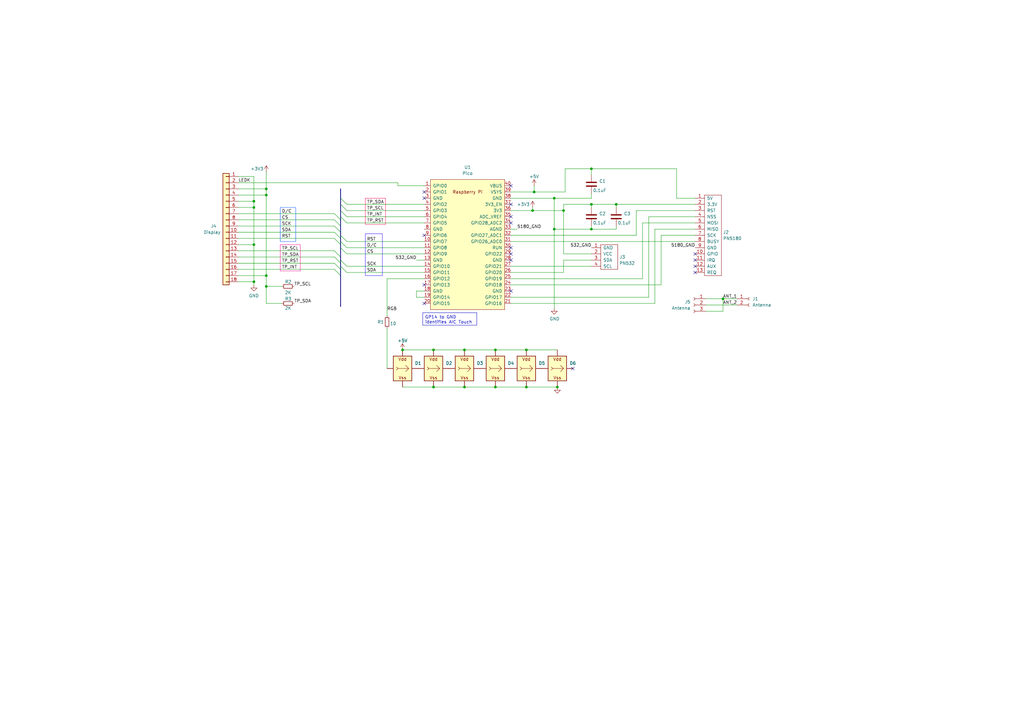
<source format=kicad_sch>
(kicad_sch (version 20230121) (generator eeschema)

  (uuid 2e3f5573-c264-4a8b-a2f0-0e6473d39aad)

  (paper "A3")

  (lib_symbols
    (symbol "Connector:Conn_01x02_Female" (pin_names (offset 1.016) hide) (in_bom yes) (on_board yes)
      (property "Reference" "J" (at 0 2.54 0)
        (effects (font (size 1.27 1.27)))
      )
      (property "Value" "Conn_01x02_Female" (at 0 -5.08 0)
        (effects (font (size 1.27 1.27)))
      )
      (property "Footprint" "" (at 0 0 0)
        (effects (font (size 1.27 1.27)) hide)
      )
      (property "Datasheet" "~" (at 0 0 0)
        (effects (font (size 1.27 1.27)) hide)
      )
      (property "ki_keywords" "connector" (at 0 0 0)
        (effects (font (size 1.27 1.27)) hide)
      )
      (property "ki_description" "Generic connector, single row, 01x02, script generated (kicad-library-utils/schlib/autogen/connector/)" (at 0 0 0)
        (effects (font (size 1.27 1.27)) hide)
      )
      (property "ki_fp_filters" "Connector*:*_1x??_*" (at 0 0 0)
        (effects (font (size 1.27 1.27)) hide)
      )
      (symbol "Conn_01x02_Female_1_1"
        (arc (start 0 -2.032) (mid -0.5058 -2.54) (end 0 -3.048)
          (stroke (width 0.1524) (type default))
          (fill (type none))
        )
        (polyline
          (pts
            (xy -1.27 -2.54)
            (xy -0.508 -2.54)
          )
          (stroke (width 0.1524) (type default))
          (fill (type none))
        )
        (polyline
          (pts
            (xy -1.27 0)
            (xy -0.508 0)
          )
          (stroke (width 0.1524) (type default))
          (fill (type none))
        )
        (arc (start 0 0.508) (mid -0.5058 0) (end 0 -0.508)
          (stroke (width 0.1524) (type default))
          (fill (type none))
        )
        (pin passive line (at -5.08 0 0) (length 3.81)
          (name "Pin_1" (effects (font (size 1.27 1.27))))
          (number "1" (effects (font (size 1.27 1.27))))
        )
        (pin passive line (at -5.08 -2.54 0) (length 3.81)
          (name "Pin_2" (effects (font (size 1.27 1.27))))
          (number "2" (effects (font (size 1.27 1.27))))
        )
      )
    )
    (symbol "Connector:Conn_01x03_Socket" (pin_names (offset 1.016) hide) (in_bom yes) (on_board yes)
      (property "Reference" "J" (at 0 5.08 0)
        (effects (font (size 1.27 1.27)))
      )
      (property "Value" "Conn_01x03_Socket" (at 0 -5.08 0)
        (effects (font (size 1.27 1.27)))
      )
      (property "Footprint" "" (at 0 0 0)
        (effects (font (size 1.27 1.27)) hide)
      )
      (property "Datasheet" "~" (at 0 0 0)
        (effects (font (size 1.27 1.27)) hide)
      )
      (property "ki_locked" "" (at 0 0 0)
        (effects (font (size 1.27 1.27)))
      )
      (property "ki_keywords" "connector" (at 0 0 0)
        (effects (font (size 1.27 1.27)) hide)
      )
      (property "ki_description" "Generic connector, single row, 01x03, script generated" (at 0 0 0)
        (effects (font (size 1.27 1.27)) hide)
      )
      (property "ki_fp_filters" "Connector*:*_1x??_*" (at 0 0 0)
        (effects (font (size 1.27 1.27)) hide)
      )
      (symbol "Conn_01x03_Socket_1_1"
        (arc (start 0 -2.032) (mid -0.5058 -2.54) (end 0 -3.048)
          (stroke (width 0.1524) (type default))
          (fill (type none))
        )
        (polyline
          (pts
            (xy -1.27 -2.54)
            (xy -0.508 -2.54)
          )
          (stroke (width 0.1524) (type default))
          (fill (type none))
        )
        (polyline
          (pts
            (xy -1.27 0)
            (xy -0.508 0)
          )
          (stroke (width 0.1524) (type default))
          (fill (type none))
        )
        (polyline
          (pts
            (xy -1.27 2.54)
            (xy -0.508 2.54)
          )
          (stroke (width 0.1524) (type default))
          (fill (type none))
        )
        (arc (start 0 0.508) (mid -0.5058 0) (end 0 -0.508)
          (stroke (width 0.1524) (type default))
          (fill (type none))
        )
        (arc (start 0 3.048) (mid -0.5058 2.54) (end 0 2.032)
          (stroke (width 0.1524) (type default))
          (fill (type none))
        )
        (pin passive line (at -5.08 2.54 0) (length 3.81)
          (name "Pin_1" (effects (font (size 1.27 1.27))))
          (number "1" (effects (font (size 1.27 1.27))))
        )
        (pin passive line (at -5.08 0 0) (length 3.81)
          (name "Pin_2" (effects (font (size 1.27 1.27))))
          (number "2" (effects (font (size 1.27 1.27))))
        )
        (pin passive line (at -5.08 -2.54 0) (length 3.81)
          (name "Pin_3" (effects (font (size 1.27 1.27))))
          (number "3" (effects (font (size 1.27 1.27))))
        )
      )
    )
    (symbol "Connector_Generic:Conn_01x18" (pin_names (offset 1.016) hide) (in_bom yes) (on_board yes)
      (property "Reference" "J" (at 0 22.86 0)
        (effects (font (size 1.27 1.27)))
      )
      (property "Value" "Conn_01x18" (at 0 -25.4 0)
        (effects (font (size 1.27 1.27)))
      )
      (property "Footprint" "" (at 0 0 0)
        (effects (font (size 1.27 1.27)) hide)
      )
      (property "Datasheet" "~" (at 0 0 0)
        (effects (font (size 1.27 1.27)) hide)
      )
      (property "ki_keywords" "connector" (at 0 0 0)
        (effects (font (size 1.27 1.27)) hide)
      )
      (property "ki_description" "Generic connector, single row, 01x18, script generated (kicad-library-utils/schlib/autogen/connector/)" (at 0 0 0)
        (effects (font (size 1.27 1.27)) hide)
      )
      (property "ki_fp_filters" "Connector*:*_1x??_*" (at 0 0 0)
        (effects (font (size 1.27 1.27)) hide)
      )
      (symbol "Conn_01x18_1_1"
        (rectangle (start -1.27 -22.733) (end 0 -22.987)
          (stroke (width 0.1524) (type default))
          (fill (type none))
        )
        (rectangle (start -1.27 -20.193) (end 0 -20.447)
          (stroke (width 0.1524) (type default))
          (fill (type none))
        )
        (rectangle (start -1.27 -17.653) (end 0 -17.907)
          (stroke (width 0.1524) (type default))
          (fill (type none))
        )
        (rectangle (start -1.27 -15.113) (end 0 -15.367)
          (stroke (width 0.1524) (type default))
          (fill (type none))
        )
        (rectangle (start -1.27 -12.573) (end 0 -12.827)
          (stroke (width 0.1524) (type default))
          (fill (type none))
        )
        (rectangle (start -1.27 -10.033) (end 0 -10.287)
          (stroke (width 0.1524) (type default))
          (fill (type none))
        )
        (rectangle (start -1.27 -7.493) (end 0 -7.747)
          (stroke (width 0.1524) (type default))
          (fill (type none))
        )
        (rectangle (start -1.27 -4.953) (end 0 -5.207)
          (stroke (width 0.1524) (type default))
          (fill (type none))
        )
        (rectangle (start -1.27 -2.413) (end 0 -2.667)
          (stroke (width 0.1524) (type default))
          (fill (type none))
        )
        (rectangle (start -1.27 0.127) (end 0 -0.127)
          (stroke (width 0.1524) (type default))
          (fill (type none))
        )
        (rectangle (start -1.27 2.667) (end 0 2.413)
          (stroke (width 0.1524) (type default))
          (fill (type none))
        )
        (rectangle (start -1.27 5.207) (end 0 4.953)
          (stroke (width 0.1524) (type default))
          (fill (type none))
        )
        (rectangle (start -1.27 7.747) (end 0 7.493)
          (stroke (width 0.1524) (type default))
          (fill (type none))
        )
        (rectangle (start -1.27 10.287) (end 0 10.033)
          (stroke (width 0.1524) (type default))
          (fill (type none))
        )
        (rectangle (start -1.27 12.827) (end 0 12.573)
          (stroke (width 0.1524) (type default))
          (fill (type none))
        )
        (rectangle (start -1.27 15.367) (end 0 15.113)
          (stroke (width 0.1524) (type default))
          (fill (type none))
        )
        (rectangle (start -1.27 17.907) (end 0 17.653)
          (stroke (width 0.1524) (type default))
          (fill (type none))
        )
        (rectangle (start -1.27 20.447) (end 0 20.193)
          (stroke (width 0.1524) (type default))
          (fill (type none))
        )
        (rectangle (start -1.27 21.59) (end 1.27 -24.13)
          (stroke (width 0.254) (type default))
          (fill (type background))
        )
        (pin passive line (at -5.08 20.32 0) (length 3.81)
          (name "Pin_1" (effects (font (size 1.27 1.27))))
          (number "1" (effects (font (size 1.27 1.27))))
        )
        (pin passive line (at -5.08 -2.54 0) (length 3.81)
          (name "Pin_10" (effects (font (size 1.27 1.27))))
          (number "10" (effects (font (size 1.27 1.27))))
        )
        (pin passive line (at -5.08 -5.08 0) (length 3.81)
          (name "Pin_11" (effects (font (size 1.27 1.27))))
          (number "11" (effects (font (size 1.27 1.27))))
        )
        (pin passive line (at -5.08 -7.62 0) (length 3.81)
          (name "Pin_12" (effects (font (size 1.27 1.27))))
          (number "12" (effects (font (size 1.27 1.27))))
        )
        (pin passive line (at -5.08 -10.16 0) (length 3.81)
          (name "Pin_13" (effects (font (size 1.27 1.27))))
          (number "13" (effects (font (size 1.27 1.27))))
        )
        (pin passive line (at -5.08 -12.7 0) (length 3.81)
          (name "Pin_14" (effects (font (size 1.27 1.27))))
          (number "14" (effects (font (size 1.27 1.27))))
        )
        (pin passive line (at -5.08 -15.24 0) (length 3.81)
          (name "Pin_15" (effects (font (size 1.27 1.27))))
          (number "15" (effects (font (size 1.27 1.27))))
        )
        (pin passive line (at -5.08 -17.78 0) (length 3.81)
          (name "Pin_16" (effects (font (size 1.27 1.27))))
          (number "16" (effects (font (size 1.27 1.27))))
        )
        (pin passive line (at -5.08 -20.32 0) (length 3.81)
          (name "Pin_17" (effects (font (size 1.27 1.27))))
          (number "17" (effects (font (size 1.27 1.27))))
        )
        (pin passive line (at -5.08 -22.86 0) (length 3.81)
          (name "Pin_18" (effects (font (size 1.27 1.27))))
          (number "18" (effects (font (size 1.27 1.27))))
        )
        (pin passive line (at -5.08 17.78 0) (length 3.81)
          (name "Pin_2" (effects (font (size 1.27 1.27))))
          (number "2" (effects (font (size 1.27 1.27))))
        )
        (pin passive line (at -5.08 15.24 0) (length 3.81)
          (name "Pin_3" (effects (font (size 1.27 1.27))))
          (number "3" (effects (font (size 1.27 1.27))))
        )
        (pin passive line (at -5.08 12.7 0) (length 3.81)
          (name "Pin_4" (effects (font (size 1.27 1.27))))
          (number "4" (effects (font (size 1.27 1.27))))
        )
        (pin passive line (at -5.08 10.16 0) (length 3.81)
          (name "Pin_5" (effects (font (size 1.27 1.27))))
          (number "5" (effects (font (size 1.27 1.27))))
        )
        (pin passive line (at -5.08 7.62 0) (length 3.81)
          (name "Pin_6" (effects (font (size 1.27 1.27))))
          (number "6" (effects (font (size 1.27 1.27))))
        )
        (pin passive line (at -5.08 5.08 0) (length 3.81)
          (name "Pin_7" (effects (font (size 1.27 1.27))))
          (number "7" (effects (font (size 1.27 1.27))))
        )
        (pin passive line (at -5.08 2.54 0) (length 3.81)
          (name "Pin_8" (effects (font (size 1.27 1.27))))
          (number "8" (effects (font (size 1.27 1.27))))
        )
        (pin passive line (at -5.08 0 0) (length 3.81)
          (name "Pin_9" (effects (font (size 1.27 1.27))))
          (number "9" (effects (font (size 1.27 1.27))))
        )
      )
    )
    (symbol "Device:C" (pin_numbers hide) (pin_names (offset 0.254)) (in_bom yes) (on_board yes)
      (property "Reference" "C" (at 0.635 2.54 0)
        (effects (font (size 1.27 1.27)) (justify left))
      )
      (property "Value" "C" (at 0.635 -2.54 0)
        (effects (font (size 1.27 1.27)) (justify left))
      )
      (property "Footprint" "" (at 0.9652 -3.81 0)
        (effects (font (size 1.27 1.27)) hide)
      )
      (property "Datasheet" "~" (at 0 0 0)
        (effects (font (size 1.27 1.27)) hide)
      )
      (property "ki_keywords" "cap capacitor" (at 0 0 0)
        (effects (font (size 1.27 1.27)) hide)
      )
      (property "ki_description" "Unpolarized capacitor" (at 0 0 0)
        (effects (font (size 1.27 1.27)) hide)
      )
      (property "ki_fp_filters" "C_*" (at 0 0 0)
        (effects (font (size 1.27 1.27)) hide)
      )
      (symbol "C_0_1"
        (polyline
          (pts
            (xy -2.032 -0.762)
            (xy 2.032 -0.762)
          )
          (stroke (width 0.508) (type default))
          (fill (type none))
        )
        (polyline
          (pts
            (xy -2.032 0.762)
            (xy 2.032 0.762)
          )
          (stroke (width 0.508) (type default))
          (fill (type none))
        )
      )
      (symbol "C_1_1"
        (pin passive line (at 0 3.81 270) (length 2.794)
          (name "~" (effects (font (size 1.27 1.27))))
          (number "1" (effects (font (size 1.27 1.27))))
        )
        (pin passive line (at 0 -3.81 90) (length 2.794)
          (name "~" (effects (font (size 1.27 1.27))))
          (number "2" (effects (font (size 1.27 1.27))))
        )
      )
    )
    (symbol "Device:R_Small" (pin_numbers hide) (pin_names (offset 0.254) hide) (in_bom yes) (on_board yes)
      (property "Reference" "R" (at 0.762 0.508 0)
        (effects (font (size 1.27 1.27)) (justify left))
      )
      (property "Value" "R_Small" (at 0.762 -1.016 0)
        (effects (font (size 1.27 1.27)) (justify left))
      )
      (property "Footprint" "" (at 0 0 0)
        (effects (font (size 1.27 1.27)) hide)
      )
      (property "Datasheet" "~" (at 0 0 0)
        (effects (font (size 1.27 1.27)) hide)
      )
      (property "ki_keywords" "R resistor" (at 0 0 0)
        (effects (font (size 1.27 1.27)) hide)
      )
      (property "ki_description" "Resistor, small symbol" (at 0 0 0)
        (effects (font (size 1.27 1.27)) hide)
      )
      (property "ki_fp_filters" "R_*" (at 0 0 0)
        (effects (font (size 1.27 1.27)) hide)
      )
      (symbol "R_Small_0_1"
        (rectangle (start -0.762 1.778) (end 0.762 -1.778)
          (stroke (width 0.2032) (type default))
          (fill (type none))
        )
      )
      (symbol "R_Small_1_1"
        (pin passive line (at 0 2.54 270) (length 0.762)
          (name "~" (effects (font (size 1.27 1.27))))
          (number "1" (effects (font (size 1.27 1.27))))
        )
        (pin passive line (at 0 -2.54 90) (length 0.762)
          (name "~" (effects (font (size 1.27 1.27))))
          (number "2" (effects (font (size 1.27 1.27))))
        )
      )
    )
    (symbol "aic_pico:PN5180" (pin_names (offset 1.016)) (in_bom yes) (on_board yes)
      (property "Reference" "J" (at 0 17.78 0)
        (effects (font (size 1.27 1.27)))
      )
      (property "Value" "PN5180" (at 0 -18.415 0)
        (effects (font (size 1.27 1.27)))
      )
      (property "Footprint" "aic_pico:pn5180_conn" (at 0 -17.145 0)
        (effects (font (size 1.27 1.27)) hide)
      )
      (property "Datasheet" "" (at 0 0 0)
        (effects (font (size 1.27 1.27)) hide)
      )
      (property "ki_keywords" "connector" (at 0 0 0)
        (effects (font (size 1.27 1.27)) hide)
      )
      (property "ki_description" "Generic connector, single row, 01x13, script generated" (at 0 0 0)
        (effects (font (size 1.27 1.27)) hide)
      )
      (property "ki_fp_filters" "Connector*:*_1x??_*" (at 0 0 0)
        (effects (font (size 1.27 1.27)) hide)
      )
      (symbol "PN5180_1_1"
        (rectangle (start -1.27 16.51) (end 5.715 -16.51)
          (stroke (width 0) (type default))
          (fill (type none))
        )
        (pin power_in line (at -5.08 15.24 0) (length 3.81)
          (name "5V" (effects (font (size 1.27 1.27))))
          (number "1" (effects (font (size 1.27 1.27))))
        )
        (pin bidirectional line (at -5.08 -7.62 0) (length 3.81)
          (name "GPIO" (effects (font (size 1.27 1.27))))
          (number "10" (effects (font (size 1.27 1.27))))
        )
        (pin output line (at -5.08 -10.16 0) (length 3.81)
          (name "IRQ" (effects (font (size 1.27 1.27))))
          (number "11" (effects (font (size 1.27 1.27))))
        )
        (pin bidirectional line (at -5.08 -12.7 0) (length 3.81)
          (name "AUX" (effects (font (size 1.27 1.27))))
          (number "12" (effects (font (size 1.27 1.27))))
        )
        (pin bidirectional line (at -5.08 -15.24 0) (length 3.81)
          (name "REQ" (effects (font (size 1.27 1.27))))
          (number "13" (effects (font (size 1.27 1.27))))
        )
        (pin power_in line (at -5.08 12.7 0) (length 3.81)
          (name "3.3V" (effects (font (size 1.27 1.27))))
          (number "2" (effects (font (size 1.27 1.27))))
        )
        (pin input line (at -5.08 10.16 0) (length 3.81)
          (name "RST" (effects (font (size 1.27 1.27))))
          (number "3" (effects (font (size 1.27 1.27))))
        )
        (pin input line (at -5.08 7.62 0) (length 3.81)
          (name "NSS" (effects (font (size 1.27 1.27))))
          (number "4" (effects (font (size 1.27 1.27))))
        )
        (pin input line (at -5.08 5.08 0) (length 3.81)
          (name "MOSI" (effects (font (size 1.27 1.27))))
          (number "5" (effects (font (size 1.27 1.27))))
        )
        (pin output line (at -5.08 2.54 0) (length 3.81)
          (name "MISO" (effects (font (size 1.27 1.27))))
          (number "6" (effects (font (size 1.27 1.27))))
        )
        (pin input line (at -5.08 0 0) (length 3.81)
          (name "SCK" (effects (font (size 1.27 1.27))))
          (number "7" (effects (font (size 1.27 1.27))))
        )
        (pin output line (at -5.08 -2.54 0) (length 3.81)
          (name "BUSY" (effects (font (size 1.27 1.27))))
          (number "8" (effects (font (size 1.27 1.27))))
        )
        (pin power_in line (at -5.08 -5.08 0) (length 3.81)
          (name "GND" (effects (font (size 1.27 1.27))))
          (number "9" (effects (font (size 1.27 1.27))))
        )
      )
    )
    (symbol "aic_pico:PN532" (pin_names (offset 1.016)) (in_bom yes) (on_board yes)
      (property "Reference" "J" (at -1.27 6.35 0)
        (effects (font (size 1.27 1.27)))
      )
      (property "Value" "PN532" (at 1.27 -6.985 0)
        (effects (font (size 1.27 1.27)))
      )
      (property "Footprint" "aic_pico:pn532_conn" (at -0.635 -7.62 0)
        (effects (font (size 1.27 1.27)) hide)
      )
      (property "Datasheet" "" (at 0 0 0)
        (effects (font (size 1.27 1.27)) hide)
      )
      (property "ki_keywords" "connector" (at 0 0 0)
        (effects (font (size 1.27 1.27)) hide)
      )
      (property "ki_description" "Generic connector, single row, 01x13, script generated" (at 0 0 0)
        (effects (font (size 1.27 1.27)) hide)
      )
      (property "ki_fp_filters" "Connector*:*_1x??_*" (at 0 0 0)
        (effects (font (size 1.27 1.27)) hide)
      )
      (symbol "PN532_1_1"
        (rectangle (start -2.54 5.08) (end 4.445 -5.08)
          (stroke (width 0) (type default))
          (fill (type none))
        )
        (pin power_in line (at -6.35 3.81 0) (length 3.81)
          (name "GND" (effects (font (size 1.27 1.27))))
          (number "1" (effects (font (size 1.27 1.27))))
        )
        (pin power_in line (at -6.35 1.27 0) (length 3.81)
          (name "VCC" (effects (font (size 1.27 1.27))))
          (number "2" (effects (font (size 1.27 1.27))))
        )
        (pin bidirectional line (at -6.35 -1.27 0) (length 3.81)
          (name "SDA" (effects (font (size 1.27 1.27))))
          (number "3" (effects (font (size 1.27 1.27))))
        )
        (pin bidirectional line (at -6.35 -3.81 0) (length 3.81)
          (name "SCL" (effects (font (size 1.27 1.27))))
          (number "4" (effects (font (size 1.27 1.27))))
        )
      )
    )
    (symbol "aic_pico:Pico_Trim" (pin_names (offset 1.016)) (in_bom yes) (on_board yes)
      (property "Reference" "U" (at -13.97 27.94 0)
        (effects (font (size 1.27 1.27)))
      )
      (property "Value" "Pico_Trim" (at 0 19.05 0)
        (effects (font (size 1.27 1.27)))
      )
      (property "Footprint" "aic_pico:RPi_Pico_SMD_No_USB" (at 0 0 90)
        (effects (font (size 1.27 1.27)) hide)
      )
      (property "Datasheet" "" (at 0 0 0)
        (effects (font (size 1.27 1.27)) hide)
      )
      (symbol "Pico_Trim_0_0"
        (text "Raspberry Pi" (at 0 21.59 0)
          (effects (font (size 1.27 1.27)))
        )
      )
      (symbol "Pico_Trim_0_1"
        (rectangle (start -15.24 26.67) (end 15.24 -26.67)
          (stroke (width 0) (type default))
          (fill (type background))
        )
      )
      (symbol "Pico_Trim_1_1"
        (pin bidirectional line (at -17.78 24.13 0) (length 2.54)
          (name "GPIO0" (effects (font (size 1.27 1.27))))
          (number "1" (effects (font (size 1.27 1.27))))
        )
        (pin bidirectional line (at -17.78 1.27 0) (length 2.54)
          (name "GPIO7" (effects (font (size 1.27 1.27))))
          (number "10" (effects (font (size 1.27 1.27))))
        )
        (pin bidirectional line (at -17.78 -1.27 0) (length 2.54)
          (name "GPIO8" (effects (font (size 1.27 1.27))))
          (number "11" (effects (font (size 1.27 1.27))))
        )
        (pin bidirectional line (at -17.78 -3.81 0) (length 2.54)
          (name "GPIO9" (effects (font (size 1.27 1.27))))
          (number "12" (effects (font (size 1.27 1.27))))
        )
        (pin power_in line (at -17.78 -6.35 0) (length 2.54)
          (name "GND" (effects (font (size 1.27 1.27))))
          (number "13" (effects (font (size 1.27 1.27))))
        )
        (pin bidirectional line (at -17.78 -8.89 0) (length 2.54)
          (name "GPIO10" (effects (font (size 1.27 1.27))))
          (number "14" (effects (font (size 1.27 1.27))))
        )
        (pin bidirectional line (at -17.78 -11.43 0) (length 2.54)
          (name "GPIO11" (effects (font (size 1.27 1.27))))
          (number "15" (effects (font (size 1.27 1.27))))
        )
        (pin bidirectional line (at -17.78 -13.97 0) (length 2.54)
          (name "GPIO12" (effects (font (size 1.27 1.27))))
          (number "16" (effects (font (size 1.27 1.27))))
        )
        (pin bidirectional line (at -17.78 -16.51 0) (length 2.54)
          (name "GPIO13" (effects (font (size 1.27 1.27))))
          (number "17" (effects (font (size 1.27 1.27))))
        )
        (pin power_in line (at -17.78 -19.05 0) (length 2.54)
          (name "GND" (effects (font (size 1.27 1.27))))
          (number "18" (effects (font (size 1.27 1.27))))
        )
        (pin bidirectional line (at -17.78 -21.59 0) (length 2.54)
          (name "GPIO14" (effects (font (size 1.27 1.27))))
          (number "19" (effects (font (size 1.27 1.27))))
        )
        (pin bidirectional line (at -17.78 21.59 0) (length 2.54)
          (name "GPIO1" (effects (font (size 1.27 1.27))))
          (number "2" (effects (font (size 1.27 1.27))))
        )
        (pin bidirectional line (at -17.78 -24.13 0) (length 2.54)
          (name "GPIO15" (effects (font (size 1.27 1.27))))
          (number "20" (effects (font (size 1.27 1.27))))
        )
        (pin bidirectional line (at 17.78 -24.13 180) (length 2.54)
          (name "GPIO16" (effects (font (size 1.27 1.27))))
          (number "21" (effects (font (size 1.27 1.27))))
        )
        (pin bidirectional line (at 17.78 -21.59 180) (length 2.54)
          (name "GPIO17" (effects (font (size 1.27 1.27))))
          (number "22" (effects (font (size 1.27 1.27))))
        )
        (pin power_in line (at 17.78 -19.05 180) (length 2.54)
          (name "GND" (effects (font (size 1.27 1.27))))
          (number "23" (effects (font (size 1.27 1.27))))
        )
        (pin bidirectional line (at 17.78 -16.51 180) (length 2.54)
          (name "GPIO18" (effects (font (size 1.27 1.27))))
          (number "24" (effects (font (size 1.27 1.27))))
        )
        (pin bidirectional line (at 17.78 -13.97 180) (length 2.54)
          (name "GPIO19" (effects (font (size 1.27 1.27))))
          (number "25" (effects (font (size 1.27 1.27))))
        )
        (pin bidirectional line (at 17.78 -11.43 180) (length 2.54)
          (name "GPIO20" (effects (font (size 1.27 1.27))))
          (number "26" (effects (font (size 1.27 1.27))))
        )
        (pin bidirectional line (at 17.78 -8.89 180) (length 2.54)
          (name "GPIO21" (effects (font (size 1.27 1.27))))
          (number "27" (effects (font (size 1.27 1.27))))
        )
        (pin power_in line (at 17.78 -6.35 180) (length 2.54)
          (name "GND" (effects (font (size 1.27 1.27))))
          (number "28" (effects (font (size 1.27 1.27))))
        )
        (pin bidirectional line (at 17.78 -3.81 180) (length 2.54)
          (name "GPIO22" (effects (font (size 1.27 1.27))))
          (number "29" (effects (font (size 1.27 1.27))))
        )
        (pin power_in line (at -17.78 19.05 0) (length 2.54)
          (name "GND" (effects (font (size 1.27 1.27))))
          (number "3" (effects (font (size 1.27 1.27))))
        )
        (pin input line (at 17.78 -1.27 180) (length 2.54)
          (name "RUN" (effects (font (size 1.27 1.27))))
          (number "30" (effects (font (size 1.27 1.27))))
        )
        (pin bidirectional line (at 17.78 1.27 180) (length 2.54)
          (name "GPIO26_ADC0" (effects (font (size 1.27 1.27))))
          (number "31" (effects (font (size 1.27 1.27))))
        )
        (pin bidirectional line (at 17.78 3.81 180) (length 2.54)
          (name "GPIO27_ADC1" (effects (font (size 1.27 1.27))))
          (number "32" (effects (font (size 1.27 1.27))))
        )
        (pin power_in line (at 17.78 6.35 180) (length 2.54)
          (name "AGND" (effects (font (size 1.27 1.27))))
          (number "33" (effects (font (size 1.27 1.27))))
        )
        (pin bidirectional line (at 17.78 8.89 180) (length 2.54)
          (name "GPIO28_ADC2" (effects (font (size 1.27 1.27))))
          (number "34" (effects (font (size 1.27 1.27))))
        )
        (pin unspecified line (at 17.78 11.43 180) (length 2.54)
          (name "ADC_VREF" (effects (font (size 1.27 1.27))))
          (number "35" (effects (font (size 1.27 1.27))))
        )
        (pin unspecified line (at 17.78 13.97 180) (length 2.54)
          (name "3V3" (effects (font (size 1.27 1.27))))
          (number "36" (effects (font (size 1.27 1.27))))
        )
        (pin input line (at 17.78 16.51 180) (length 2.54)
          (name "3V3_EN" (effects (font (size 1.27 1.27))))
          (number "37" (effects (font (size 1.27 1.27))))
        )
        (pin bidirectional line (at 17.78 19.05 180) (length 2.54)
          (name "GND" (effects (font (size 1.27 1.27))))
          (number "38" (effects (font (size 1.27 1.27))))
        )
        (pin unspecified line (at 17.78 21.59 180) (length 2.54)
          (name "VSYS" (effects (font (size 1.27 1.27))))
          (number "39" (effects (font (size 1.27 1.27))))
        )
        (pin bidirectional line (at -17.78 16.51 0) (length 2.54)
          (name "GPIO2" (effects (font (size 1.27 1.27))))
          (number "4" (effects (font (size 1.27 1.27))))
        )
        (pin unspecified line (at 17.78 24.13 180) (length 2.54)
          (name "VBUS" (effects (font (size 1.27 1.27))))
          (number "40" (effects (font (size 1.27 1.27))))
        )
        (pin bidirectional line (at -17.78 13.97 0) (length 2.54)
          (name "GPIO3" (effects (font (size 1.27 1.27))))
          (number "5" (effects (font (size 1.27 1.27))))
        )
        (pin bidirectional line (at -17.78 11.43 0) (length 2.54)
          (name "GPIO4" (effects (font (size 1.27 1.27))))
          (number "6" (effects (font (size 1.27 1.27))))
        )
        (pin bidirectional line (at -17.78 8.89 0) (length 2.54)
          (name "GPIO5" (effects (font (size 1.27 1.27))))
          (number "7" (effects (font (size 1.27 1.27))))
        )
        (pin power_in line (at -17.78 6.35 0) (length 2.54)
          (name "GND" (effects (font (size 1.27 1.27))))
          (number "8" (effects (font (size 1.27 1.27))))
        )
        (pin bidirectional line (at -17.78 3.81 0) (length 2.54)
          (name "GPIO6" (effects (font (size 1.27 1.27))))
          (number "9" (effects (font (size 1.27 1.27))))
        )
      )
    )
    (symbol "aic_pico:WS2812B_Unified" (pin_numbers hide) (pin_names (offset 0.254) hide) (in_bom yes) (on_board yes)
      (property "Reference" "D10" (at 2.54 6.35 0)
        (effects (font (size 1.27 1.27)))
      )
      (property "Value" "WS2812B_Unified" (at 15.24 1.7907 0)
        (effects (font (size 1.27 1.27)) hide)
      )
      (property "Footprint" "iidx_pico:WS2812B-2835" (at 1.27 -7.62 0)
        (effects (font (size 1.27 1.27)) (justify left top) hide)
      )
      (property "Datasheet" "" (at 2.54 -9.525 0)
        (effects (font (size 1.27 1.27)) (justify left top) hide)
      )
      (property "ki_keywords" "RGB LED NeoPixel addressable" (at 0 0 0)
        (effects (font (size 1.27 1.27)) hide)
      )
      (property "ki_description" "RGB LED with integrated controller" (at 0 0 0)
        (effects (font (size 1.27 1.27)) hide)
      )
      (property "ki_fp_filters" "LED*WS2812" (at 0 0 0)
        (effects (font (size 1.27 1.27)) hide)
      )
      (symbol "WS2812B_Unified_0_0"
        (polyline
          (pts
            (xy -1.905 0)
            (xy 2.54 0)
            (xy 1.27 1.27)
          )
          (stroke (width 0) (type default))
          (fill (type none))
        )
        (text "Vdd" (at 0 3.81 0)
          (effects (font (size 1.27 1.27)))
        )
        (text "Vss" (at 0 -3.81 0)
          (effects (font (size 1.27 1.27)))
        )
      )
      (symbol "WS2812B_Unified_0_1"
        (rectangle (start -3.81 5.08) (end 3.81 -5.08)
          (stroke (width 0.254) (type default))
          (fill (type background))
        )
        (polyline
          (pts
            (xy 1.27 -1.27)
            (xy 2.54 0)
          )
          (stroke (width 0) (type default))
          (fill (type none))
        )
        (polyline
          (pts
            (xy -2.54 0.635)
            (xy -1.905 0)
            (xy -2.54 -0.635)
          )
          (stroke (width 0) (type default))
          (fill (type none))
        )
      )
      (symbol "WS2812B_Unified_1_1"
        (pin power_in line (at 0 -7.62 90) (length 2.54)
          (name "VSS" (effects (font (size 1.27 1.27))))
          (number "G" (effects (font (size 1.27 1.27))))
        )
        (pin input line (at -6.35 0 0) (length 2.54)
          (name "In" (effects (font (size 1.27 1.27))))
          (number "I" (effects (font (size 1.27 1.27))))
        )
        (pin output line (at 6.35 0 180) (length 2.54)
          (name "Out" (effects (font (size 1.27 1.27))))
          (number "O" (effects (font (size 1.27 1.27))))
        )
        (pin power_in line (at 0 7.62 270) (length 2.54)
          (name "VDD" (effects (font (size 1.27 1.27))))
          (number "V" (effects (font (size 1.27 1.27))))
        )
      )
    )
    (symbol "power:+3V3" (power) (pin_names (offset 0)) (in_bom yes) (on_board yes)
      (property "Reference" "#PWR" (at 0 -3.81 0)
        (effects (font (size 1.27 1.27)) hide)
      )
      (property "Value" "+3V3" (at 0 3.556 0)
        (effects (font (size 1.27 1.27)))
      )
      (property "Footprint" "" (at 0 0 0)
        (effects (font (size 1.27 1.27)) hide)
      )
      (property "Datasheet" "" (at 0 0 0)
        (effects (font (size 1.27 1.27)) hide)
      )
      (property "ki_keywords" "power-flag" (at 0 0 0)
        (effects (font (size 1.27 1.27)) hide)
      )
      (property "ki_description" "Power symbol creates a global label with name \"+3V3\"" (at 0 0 0)
        (effects (font (size 1.27 1.27)) hide)
      )
      (symbol "+3V3_0_1"
        (polyline
          (pts
            (xy -0.762 1.27)
            (xy 0 2.54)
          )
          (stroke (width 0) (type default))
          (fill (type none))
        )
        (polyline
          (pts
            (xy 0 0)
            (xy 0 2.54)
          )
          (stroke (width 0) (type default))
          (fill (type none))
        )
        (polyline
          (pts
            (xy 0 2.54)
            (xy 0.762 1.27)
          )
          (stroke (width 0) (type default))
          (fill (type none))
        )
      )
      (symbol "+3V3_1_1"
        (pin power_in line (at 0 0 90) (length 0) hide
          (name "+3V3" (effects (font (size 1.27 1.27))))
          (number "1" (effects (font (size 1.27 1.27))))
        )
      )
    )
    (symbol "power:+5V" (power) (pin_names (offset 0)) (in_bom yes) (on_board yes)
      (property "Reference" "#PWR" (at 0 -3.81 0)
        (effects (font (size 1.27 1.27)) hide)
      )
      (property "Value" "+5V" (at 0 3.556 0)
        (effects (font (size 1.27 1.27)))
      )
      (property "Footprint" "" (at 0 0 0)
        (effects (font (size 1.27 1.27)) hide)
      )
      (property "Datasheet" "" (at 0 0 0)
        (effects (font (size 1.27 1.27)) hide)
      )
      (property "ki_keywords" "power-flag" (at 0 0 0)
        (effects (font (size 1.27 1.27)) hide)
      )
      (property "ki_description" "Power symbol creates a global label with name \"+5V\"" (at 0 0 0)
        (effects (font (size 1.27 1.27)) hide)
      )
      (symbol "+5V_0_1"
        (polyline
          (pts
            (xy -0.762 1.27)
            (xy 0 2.54)
          )
          (stroke (width 0) (type default))
          (fill (type none))
        )
        (polyline
          (pts
            (xy 0 0)
            (xy 0 2.54)
          )
          (stroke (width 0) (type default))
          (fill (type none))
        )
        (polyline
          (pts
            (xy 0 2.54)
            (xy 0.762 1.27)
          )
          (stroke (width 0) (type default))
          (fill (type none))
        )
      )
      (symbol "+5V_1_1"
        (pin power_in line (at 0 0 90) (length 0) hide
          (name "+5V" (effects (font (size 1.27 1.27))))
          (number "1" (effects (font (size 1.27 1.27))))
        )
      )
    )
    (symbol "power:GND" (power) (pin_names (offset 0)) (in_bom yes) (on_board yes)
      (property "Reference" "#PWR" (at 0 -6.35 0)
        (effects (font (size 1.27 1.27)) hide)
      )
      (property "Value" "GND" (at 0 -3.81 0)
        (effects (font (size 1.27 1.27)))
      )
      (property "Footprint" "" (at 0 0 0)
        (effects (font (size 1.27 1.27)) hide)
      )
      (property "Datasheet" "" (at 0 0 0)
        (effects (font (size 1.27 1.27)) hide)
      )
      (property "ki_keywords" "power-flag" (at 0 0 0)
        (effects (font (size 1.27 1.27)) hide)
      )
      (property "ki_description" "Power symbol creates a global label with name \"GND\" , ground" (at 0 0 0)
        (effects (font (size 1.27 1.27)) hide)
      )
      (symbol "GND_0_1"
        (polyline
          (pts
            (xy 0 0)
            (xy 0 -1.27)
            (xy 1.27 -1.27)
            (xy 0 -2.54)
            (xy -1.27 -1.27)
            (xy 0 -1.27)
          )
          (stroke (width 0) (type default))
          (fill (type none))
        )
      )
      (symbol "GND_1_1"
        (pin power_in line (at 0 0 270) (length 0) hide
          (name "GND" (effects (font (size 1.27 1.27))))
          (number "1" (effects (font (size 1.27 1.27))))
        )
      )
    )
  )

  (junction (at 252.73 83.82) (diameter 0) (color 0 0 0 0)
    (uuid 0f705086-8757-4ccd-898e-850f1e34f022)
  )
  (junction (at 177.8 158.75) (diameter 0) (color 0 0 0 0)
    (uuid 1535672b-00bd-4f01-b5f6-6c89487baad7)
  )
  (junction (at 109.22 113.03) (diameter 0) (color 0 0 0 0)
    (uuid 195819ec-fc70-4fe7-adcb-f8ead16cb200)
  )
  (junction (at 231.14 86.36) (diameter 0) (color 0 0 0 0)
    (uuid 1ccde71d-c9c6-4af2-b0a7-4d46955d8a7d)
  )
  (junction (at 215.9 143.51) (diameter 0) (color 0 0 0 0)
    (uuid 26448785-d6dc-4007-a201-81d140779ec5)
  )
  (junction (at 190.5 143.51) (diameter 0) (color 0 0 0 0)
    (uuid 264684aa-feba-4b81-adea-cb023c8c69d5)
  )
  (junction (at 190.5 158.75) (diameter 0) (color 0 0 0 0)
    (uuid 307b47b3-1ef1-480d-8c2d-2ffcb1fdcdc2)
  )
  (junction (at 296.545 122.555) (diameter 0) (color 0 0 0 0)
    (uuid 32faddfd-fa47-4432-a990-a5288cb25adb)
  )
  (junction (at 177.8 143.51) (diameter 0) (color 0 0 0 0)
    (uuid 416e621e-c1e9-4b5a-a420-6c5b2cb432b5)
  )
  (junction (at 203.2 158.75) (diameter 0) (color 0 0 0 0)
    (uuid 4d02e5f1-05e6-4474-a6f7-a3866e145eab)
  )
  (junction (at 227.33 81.28) (diameter 0) (color 0 0 0 0)
    (uuid 4da63b57-0a29-4ae2-87dd-1565ade09d3d)
  )
  (junction (at 242.57 93.98) (diameter 0) (color 0 0 0 0)
    (uuid 5135447d-eb65-4a4e-95ee-d08583074355)
  )
  (junction (at 165.1 143.51) (diameter 0) (color 0 0 0 0)
    (uuid 5a771f0e-90db-42f5-bbb7-c78542f642aa)
  )
  (junction (at 109.22 117.475) (diameter 0) (color 0 0 0 0)
    (uuid 60ed15fe-87cf-4c25-8377-9eeeacc7458f)
  )
  (junction (at 218.44 86.36) (diameter 0) (color 0 0 0 0)
    (uuid 686e90fd-231c-4609-97ac-0d21140c846a)
  )
  (junction (at 228.6 158.75) (diameter 0) (color 0 0 0 0)
    (uuid 716ff7f6-a7b7-4255-80ba-034d7f03f119)
  )
  (junction (at 104.14 85.09) (diameter 0) (color 0 0 0 0)
    (uuid 7b297fc4-2a44-4721-800e-d2fe1a3e6bd1)
  )
  (junction (at 104.14 115.57) (diameter 0) (color 0 0 0 0)
    (uuid 87c20c2c-07b1-4be9-9cf3-3c1c8cb84d93)
  )
  (junction (at 203.2 143.51) (diameter 0) (color 0 0 0 0)
    (uuid 941ccbb3-6ecf-4dfe-9a14-a585de4ff137)
  )
  (junction (at 215.9 158.75) (diameter 0) (color 0 0 0 0)
    (uuid 98f45ed8-3359-4049-8b8e-49336e162522)
  )
  (junction (at 219.075 78.74) (diameter 0) (color 0 0 0 0)
    (uuid a4cecb75-2c58-40cb-ba5b-7f8182abf5a7)
  )
  (junction (at 109.22 80.01) (diameter 0) (color 0 0 0 0)
    (uuid a6c4df32-05b0-4540-bdc1-ab4155f2b0a6)
  )
  (junction (at 109.22 77.47) (diameter 0) (color 0 0 0 0)
    (uuid a711bd98-c1f5-444a-ace6-c6fb40082bd0)
  )
  (junction (at 104.14 100.33) (diameter 0) (color 0 0 0 0)
    (uuid da5223dc-1c46-41af-8505-d59313de5639)
  )
  (junction (at 227.33 93.98) (diameter 0) (color 0 0 0 0)
    (uuid e1fa0b69-c0b3-446c-bbcd-cdf57e1e0fac)
  )
  (junction (at 242.57 69.215) (diameter 0) (color 0 0 0 0)
    (uuid e2b3a7b5-7002-46ae-a341-cbb54d2539ec)
  )
  (junction (at 242.57 83.82) (diameter 0) (color 0 0 0 0)
    (uuid ebe26ef2-89f0-48db-a530-c1707503284b)
  )
  (junction (at 104.14 82.55) (diameter 0) (color 0 0 0 0)
    (uuid fffe80bd-e6b2-45d8-aa4b-18edc8f20b26)
  )

  (no_connect (at 209.55 104.14) (uuid 0d4f6ee4-93b4-4df7-87ba-3de1cc105eda))
  (no_connect (at 285.115 106.68) (uuid 27131769-043e-4002-a458-720fec6bd055))
  (no_connect (at 209.55 119.38) (uuid 3cdaa61c-1f2e-4d4a-a876-d10a669558c7))
  (no_connect (at 285.115 109.22) (uuid 40c186fe-de5d-436a-a0b6-db6698290ac0))
  (no_connect (at 209.55 101.6) (uuid 490ed4ff-9da7-4951-bd46-3715875e8850))
  (no_connect (at 209.55 83.82) (uuid 490ed4ff-9da7-4951-bd46-3715875e8856))
  (no_connect (at 209.55 88.9) (uuid 490ed4ff-9da7-4951-bd46-3715875e8858))
  (no_connect (at 173.99 124.46) (uuid 4a841462-8c86-4850-9dd9-3ab9c50d54e4))
  (no_connect (at 209.55 91.44) (uuid 4fd199c4-5de5-42fd-82e8-5266094a993d))
  (no_connect (at 209.55 106.68) (uuid 50e43603-93bb-416f-9947-7a49bb4ac049))
  (no_connect (at 234.95 151.13) (uuid 58ffe2e7-e3e3-49cc-9161-310b712decd8))
  (no_connect (at 173.99 81.28) (uuid 6bda65a4-a1d7-4c50-9a33-4aebd344462a))
  (no_connect (at 209.55 76.2) (uuid ba58ab36-f6d5-4961-a9a4-40867c047f77))
  (no_connect (at 173.99 116.84) (uuid ba715425-ee40-44ec-b5fb-279c28eb95ef))
  (no_connect (at 285.115 104.14) (uuid c7a3d5d7-f91e-4c05-bd6f-4028f4e02b41))
  (no_connect (at 173.99 96.52) (uuid d552b4cb-ac65-48fb-937f-dd5c5895fa10))
  (no_connect (at 285.115 111.76) (uuid e5f413f5-26df-4ac3-b8cf-44e3c70ef5a9))
  (no_connect (at 173.99 78.74) (uuid fa664f02-0d31-40d6-8e28-f077a0ea4a12))

  (bus_entry (at 139.7 83.82) (size 2.54 2.54)
    (stroke (width 0) (type default))
    (uuid 15aa62c9-7f37-47db-b719-963b36ad4851)
  )
  (bus_entry (at 137.16 97.79) (size 2.54 2.54)
    (stroke (width 0) (type default))
    (uuid 1b3901c3-3c22-4830-bd33-257548326cad)
  )
  (bus_entry (at 137.16 95.25) (size 2.54 2.54)
    (stroke (width 0) (type default))
    (uuid 4f24b11f-518e-4964-993c-4bc81ecc5b2a)
  )
  (bus_entry (at 139.7 99.06) (size 2.54 2.54)
    (stroke (width 0) (type default))
    (uuid 5b02b06d-3b5a-4196-a822-bfedb0ff15fd)
  )
  (bus_entry (at 137.16 107.95) (size 2.54 2.54)
    (stroke (width 0) (type default))
    (uuid 6cb55b1f-5389-491d-b8b9-ca6bb2ddb655)
  )
  (bus_entry (at 137.16 90.17) (size 2.54 2.54)
    (stroke (width 0) (type default))
    (uuid 7126499b-2864-4d7b-8d0f-ba6a081eb2e1)
  )
  (bus_entry (at 139.7 101.6) (size 2.54 2.54)
    (stroke (width 0) (type default))
    (uuid 755550d8-495e-4bef-935a-334d51a500c9)
  )
  (bus_entry (at 137.16 105.41) (size 2.54 2.54)
    (stroke (width 0) (type default))
    (uuid 84b7dd88-9b3e-4b33-a31f-5790cd0c8856)
  )
  (bus_entry (at 137.16 102.87) (size 2.54 2.54)
    (stroke (width 0) (type default))
    (uuid 8ad26a51-a819-44f2-8bbe-5f585cf0ca00)
  )
  (bus_entry (at 137.16 110.49) (size 2.54 2.54)
    (stroke (width 0) (type default))
    (uuid 9a51478a-6a07-497f-8be9-2d4f4a7d3810)
  )
  (bus_entry (at 139.7 86.36) (size 2.54 2.54)
    (stroke (width 0) (type default))
    (uuid a3dceb6e-f8b8-4aa2-8648-ba6d6034298d)
  )
  (bus_entry (at 139.7 109.22) (size 2.54 2.54)
    (stroke (width 0) (type default))
    (uuid a4787595-b1cc-4052-b764-8658d8caf90d)
  )
  (bus_entry (at 139.7 96.52) (size 2.54 2.54)
    (stroke (width 0) (type default))
    (uuid b8b26519-5341-4c7a-8d9d-2d4869428353)
  )
  (bus_entry (at 139.7 106.68) (size 2.54 2.54)
    (stroke (width 0) (type default))
    (uuid c1a4a63e-283e-45ec-b068-8c3f96903c17)
  )
  (bus_entry (at 137.16 87.63) (size 2.54 2.54)
    (stroke (width 0) (type default))
    (uuid c36ab41b-4fda-4ed7-af35-706d99a2839f)
  )
  (bus_entry (at 139.7 81.28) (size 2.54 2.54)
    (stroke (width 0) (type default))
    (uuid f3555f71-561f-4f5b-b4e2-a6bec788b846)
  )
  (bus_entry (at 137.16 92.71) (size 2.54 2.54)
    (stroke (width 0) (type default))
    (uuid f690ffbf-d18c-4b43-bba2-8eb9d0283ccd)
  )
  (bus_entry (at 139.7 88.9) (size 2.54 2.54)
    (stroke (width 0) (type default))
    (uuid fe76c10d-8d76-4b82-8c52-d51155e8bcb7)
  )

  (wire (pts (xy 231.14 83.82) (xy 242.57 83.82))
    (stroke (width 0) (type default))
    (uuid 017bb6c2-a5a5-45ad-b6a8-016561f67002)
  )
  (wire (pts (xy 97.79 82.55) (xy 104.14 82.55))
    (stroke (width 0) (type default))
    (uuid 0300934b-cc67-4788-9bca-034c19b2cc53)
  )
  (bus (pts (xy 139.7 88.9) (xy 139.7 90.17))
    (stroke (width 0) (type default))
    (uuid 030c3d87-ec84-4844-868a-01b76d7f2524)
  )

  (wire (pts (xy 271.145 96.52) (xy 285.115 96.52))
    (stroke (width 0) (type default))
    (uuid 05318c79-b84f-4bb3-b72b-3d46db2442ae)
  )
  (wire (pts (xy 209.55 86.36) (xy 218.44 86.36))
    (stroke (width 0) (type default))
    (uuid 05df71de-724c-4632-8c41-7288fe19d044)
  )
  (wire (pts (xy 219.075 78.74) (xy 231.775 78.74))
    (stroke (width 0) (type default))
    (uuid 05e49ac0-f443-45ec-b909-456096a77c5e)
  )
  (wire (pts (xy 209.55 114.3) (xy 263.525 114.3))
    (stroke (width 0) (type default))
    (uuid 05ea8712-6b49-4d0e-9c87-baae3b2c0196)
  )
  (wire (pts (xy 242.57 79.375) (xy 242.57 81.28))
    (stroke (width 0) (type default))
    (uuid 06618423-83e3-46e3-b965-61d6144a9373)
  )
  (wire (pts (xy 142.24 83.82) (xy 173.99 83.82))
    (stroke (width 0) (type default))
    (uuid 0769c21f-9220-47c5-ad60-d025c9e7507c)
  )
  (wire (pts (xy 158.75 114.3) (xy 173.99 114.3))
    (stroke (width 0) (type default))
    (uuid 0a2f30d7-2622-402b-8054-c38fd1169533)
  )
  (bus (pts (xy 139.7 110.49) (xy 139.7 113.03))
    (stroke (width 0) (type default))
    (uuid 0a3e048d-082f-43f3-9e25-4e6910039208)
  )

  (wire (pts (xy 115.57 117.475) (xy 109.22 117.475))
    (stroke (width 0) (type default))
    (uuid 0c1efb88-5fa6-4ef6-b6fc-6640e6496c6c)
  )
  (wire (pts (xy 163.195 76.2) (xy 163.195 74.93))
    (stroke (width 0) (type default))
    (uuid 0c2786e7-643e-4e7c-9505-99ee221f1fe4)
  )
  (wire (pts (xy 212.09 93.98) (xy 209.55 93.98))
    (stroke (width 0) (type default))
    (uuid 0c9911c4-30ab-4c81-9ce7-fcbf9af9e028)
  )
  (wire (pts (xy 231.775 78.74) (xy 231.775 69.215))
    (stroke (width 0) (type default))
    (uuid 0fe73fe5-6380-4f98-98ae-0b4b58b26362)
  )
  (wire (pts (xy 97.79 72.39) (xy 104.14 72.39))
    (stroke (width 0) (type default))
    (uuid 13839a03-0118-4a78-a6c2-0f6364670272)
  )
  (bus (pts (xy 139.7 81.28) (xy 139.7 83.82))
    (stroke (width 0) (type default))
    (uuid 13cd0b54-99f8-4a6e-96ee-c4402d08050d)
  )

  (wire (pts (xy 165.1 158.75) (xy 177.8 158.75))
    (stroke (width 0) (type default))
    (uuid 1643bb34-f4be-468c-ac34-5f15764e1f05)
  )
  (wire (pts (xy 104.14 100.33) (xy 104.14 115.57))
    (stroke (width 0) (type default))
    (uuid 18a7757a-0536-4160-9bca-01fbae1fee4b)
  )
  (wire (pts (xy 104.14 115.57) (xy 104.14 116.84))
    (stroke (width 0) (type default))
    (uuid 18e9e329-8c40-47a9-ab18-59a72e394f7b)
  )
  (wire (pts (xy 142.24 104.14) (xy 173.99 104.14))
    (stroke (width 0) (type default))
    (uuid 18f5038c-d230-4448-b753-c90ec1d8037a)
  )
  (wire (pts (xy 227.33 81.28) (xy 227.33 93.98))
    (stroke (width 0) (type default))
    (uuid 1d1a95b4-7da5-48cb-ae78-f0d88b02ccc0)
  )
  (bus (pts (xy 139.7 109.22) (xy 139.7 110.49))
    (stroke (width 0) (type default))
    (uuid 22bb0ff5-7b97-438a-a8f6-56c92a3b95f7)
  )
  (bus (pts (xy 139.7 113.03) (xy 139.7 125.73))
    (stroke (width 0) (type default))
    (uuid 23395fdf-7e63-446c-86a8-18969aafaf80)
  )

  (wire (pts (xy 209.55 121.92) (xy 266.065 121.92))
    (stroke (width 0) (type default))
    (uuid 2339d0e9-4574-43e7-874c-cdc78f8b646c)
  )
  (wire (pts (xy 142.24 109.22) (xy 173.99 109.22))
    (stroke (width 0) (type default))
    (uuid 2589fbc3-c85e-495a-ba42-620f937efd8d)
  )
  (wire (pts (xy 109.22 117.475) (xy 109.22 113.03))
    (stroke (width 0) (type default))
    (uuid 2dfe345a-11c2-4960-bbc9-5d1308262fb1)
  )
  (wire (pts (xy 97.79 107.95) (xy 137.16 107.95))
    (stroke (width 0) (type default))
    (uuid 31a099db-5b08-42ea-bdbe-a33d0f883960)
  )
  (bus (pts (xy 139.7 101.6) (xy 139.7 105.41))
    (stroke (width 0) (type default))
    (uuid 347e883b-2758-41ae-994c-9381013f64f3)
  )

  (wire (pts (xy 227.33 81.28) (xy 242.57 81.28))
    (stroke (width 0) (type default))
    (uuid 363e65da-2437-45f3-ab34-dc26fb9787e8)
  )
  (bus (pts (xy 139.7 99.06) (xy 139.7 100.33))
    (stroke (width 0) (type default))
    (uuid 3846775d-f37c-4092-bb2a-15e95d78f463)
  )

  (wire (pts (xy 242.57 71.755) (xy 242.57 69.215))
    (stroke (width 0) (type default))
    (uuid 38ef8fbe-eb9d-46ca-884d-4ad71740b634)
  )
  (bus (pts (xy 139.7 83.82) (xy 139.7 86.36))
    (stroke (width 0) (type default))
    (uuid 3a474863-103c-405e-8e42-736f2c513b38)
  )

  (wire (pts (xy 242.57 93.98) (xy 252.73 93.98))
    (stroke (width 0) (type default))
    (uuid 3a95b268-e303-428c-905e-1affa58cc0a5)
  )
  (bus (pts (xy 139.7 77.47) (xy 139.7 81.28))
    (stroke (width 0) (type default))
    (uuid 40f3e2fa-01ce-4375-9ca1-ee0cf5ff9e66)
  )
  (bus (pts (xy 139.7 97.79) (xy 139.7 99.06))
    (stroke (width 0) (type default))
    (uuid 413a4587-e21b-40ac-9ea5-5faa2b58c2d2)
  )

  (wire (pts (xy 218.44 86.36) (xy 231.14 86.36))
    (stroke (width 0) (type default))
    (uuid 45f0c82d-5825-49c9-9601-468b70c04197)
  )
  (wire (pts (xy 215.9 158.75) (xy 228.6 158.75))
    (stroke (width 0) (type default))
    (uuid 461584b2-a586-4891-9042-38ae06fe1099)
  )
  (wire (pts (xy 266.065 121.92) (xy 266.065 88.9))
    (stroke (width 0) (type default))
    (uuid 469c3794-ac25-42c7-b65f-0892a6dd6116)
  )
  (wire (pts (xy 227.33 93.98) (xy 227.33 126.365))
    (stroke (width 0) (type default))
    (uuid 4b45beb2-f05d-4b62-b428-691ed790546f)
  )
  (wire (pts (xy 142.24 101.6) (xy 173.99 101.6))
    (stroke (width 0) (type default))
    (uuid 4d45f7f8-e881-4283-8a7b-b2006be6c100)
  )
  (wire (pts (xy 289.56 125.095) (xy 302.26 125.095))
    (stroke (width 0) (type default))
    (uuid 4e5431cf-dfa9-4e7f-8c41-7f7d2b1d2442)
  )
  (wire (pts (xy 170.815 121.92) (xy 173.99 121.92))
    (stroke (width 0) (type default))
    (uuid 50b37f1a-c25a-4baf-a65a-8dfaa74d1129)
  )
  (wire (pts (xy 266.065 88.9) (xy 285.115 88.9))
    (stroke (width 0) (type default))
    (uuid 50f5f5d9-6d84-46a6-af43-59bd3138aa54)
  )
  (wire (pts (xy 296.545 122.555) (xy 289.56 122.555))
    (stroke (width 0) (type default))
    (uuid 54653829-de8d-4c23-85f3-f3e4466b194d)
  )
  (wire (pts (xy 190.5 158.75) (xy 203.2 158.75))
    (stroke (width 0) (type default))
    (uuid 592adaf4-bb39-45b5-ae6b-56446b5a3205)
  )
  (wire (pts (xy 252.73 83.82) (xy 285.115 83.82))
    (stroke (width 0) (type default))
    (uuid 5d678862-047b-407b-bcd1-5a8f1a45bc43)
  )
  (wire (pts (xy 296.545 122.555) (xy 296.545 127.635))
    (stroke (width 0) (type default))
    (uuid 5e3d735b-e80e-403d-b168-4e43683fedf1)
  )
  (wire (pts (xy 97.79 102.87) (xy 137.16 102.87))
    (stroke (width 0) (type default))
    (uuid 5e541560-1a90-444b-8359-c2373885b8e9)
  )
  (wire (pts (xy 142.24 111.76) (xy 173.99 111.76))
    (stroke (width 0) (type default))
    (uuid 5f54e2cf-0a4e-44bb-8a73-3d3553cffa65)
  )
  (wire (pts (xy 277.495 81.28) (xy 285.115 81.28))
    (stroke (width 0) (type default))
    (uuid 5ffde14b-0153-4cd8-a997-f09408756e3f)
  )
  (bus (pts (xy 139.7 105.41) (xy 139.7 106.68))
    (stroke (width 0) (type default))
    (uuid 62a7c40a-bd3a-4821-8966-6c38b9763160)
  )

  (wire (pts (xy 142.24 91.44) (xy 173.99 91.44))
    (stroke (width 0) (type default))
    (uuid 62ff40f6-37d8-4247-819c-8ea2b6115cf9)
  )
  (wire (pts (xy 97.79 113.03) (xy 109.22 113.03))
    (stroke (width 0) (type default))
    (uuid 6563b358-f6a5-4812-a6de-1d5da456458c)
  )
  (wire (pts (xy 170.815 106.68) (xy 173.99 106.68))
    (stroke (width 0) (type default))
    (uuid 65fbe78e-d2c7-4186-8a98-e7f4b9846640)
  )
  (wire (pts (xy 203.2 158.75) (xy 215.9 158.75))
    (stroke (width 0) (type default))
    (uuid 6a29459a-7f95-446b-86f8-87e04e52c0bf)
  )
  (wire (pts (xy 173.99 119.38) (xy 170.815 119.38))
    (stroke (width 0) (type default))
    (uuid 6b7839b6-2db4-4462-ab8c-87f8d6d1c358)
  )
  (wire (pts (xy 242.57 83.82) (xy 252.73 83.82))
    (stroke (width 0) (type default))
    (uuid 6cf51089-7b63-4c67-bc19-c3d3e98b1da6)
  )
  (bus (pts (xy 139.7 90.17) (xy 139.7 92.71))
    (stroke (width 0) (type default))
    (uuid 6fcdb1fe-0c30-4c04-bdd6-ede7aa7d164e)
  )

  (wire (pts (xy 242.57 106.68) (xy 231.14 106.68))
    (stroke (width 0) (type default))
    (uuid 7014eb2c-98bf-4ec6-ba27-f74377546b6f)
  )
  (wire (pts (xy 215.9 143.51) (xy 228.6 143.51))
    (stroke (width 0) (type default))
    (uuid 723da576-0f4d-4af1-9461-723aa37531d3)
  )
  (wire (pts (xy 165.1 143.51) (xy 177.8 143.51))
    (stroke (width 0) (type default))
    (uuid 727ed2dd-76b9-443f-af2a-8f74d458f268)
  )
  (wire (pts (xy 97.79 80.01) (xy 109.22 80.01))
    (stroke (width 0) (type default))
    (uuid 74801381-a39c-49e5-8a33-8a9bf3cbfdd9)
  )
  (wire (pts (xy 252.73 93.98) (xy 252.73 92.71))
    (stroke (width 0) (type default))
    (uuid 7498a4fd-5dac-48b6-a3d4-7e453da968a7)
  )
  (wire (pts (xy 158.75 114.3) (xy 158.75 129.54))
    (stroke (width 0) (type default))
    (uuid 750f60d3-fdae-4931-bf04-cd21db27f633)
  )
  (wire (pts (xy 242.57 92.71) (xy 242.57 93.98))
    (stroke (width 0) (type default))
    (uuid 76841c89-bf72-47ac-b4dd-eb5f0f423903)
  )
  (wire (pts (xy 242.57 69.215) (xy 277.495 69.215))
    (stroke (width 0) (type default))
    (uuid 79628ec7-feb3-42ae-b71b-b22e69e84d85)
  )
  (wire (pts (xy 142.24 86.36) (xy 173.99 86.36))
    (stroke (width 0) (type default))
    (uuid 7ae00249-cb55-4f93-9292-f6ecab63a95e)
  )
  (wire (pts (xy 218.44 85.09) (xy 218.44 86.36))
    (stroke (width 0) (type default))
    (uuid 81ea6fd2-ede8-487b-a78a-89b57b2dd1f9)
  )
  (wire (pts (xy 97.79 77.47) (xy 109.22 77.47))
    (stroke (width 0) (type default))
    (uuid 85a8f15c-feb9-4a35-b68d-4f1bae272908)
  )
  (wire (pts (xy 231.14 104.14) (xy 231.14 86.36))
    (stroke (width 0) (type default))
    (uuid 860693df-4a81-4894-a538-73372ff00fdf)
  )
  (wire (pts (xy 163.195 74.93) (xy 97.79 74.93))
    (stroke (width 0) (type default))
    (uuid 877e1dac-3776-4285-b1f5-bd7df0ab51c9)
  )
  (wire (pts (xy 97.79 95.25) (xy 137.16 95.25))
    (stroke (width 0) (type default))
    (uuid 889226d3-6cd5-455f-80eb-5585f86b0505)
  )
  (wire (pts (xy 177.8 158.75) (xy 190.5 158.75))
    (stroke (width 0) (type default))
    (uuid 8c1cca74-27c1-4650-8b7c-3bb6ced1b091)
  )
  (bus (pts (xy 139.7 106.68) (xy 139.7 107.95))
    (stroke (width 0) (type default))
    (uuid 8d3931c5-6151-43af-bc33-40cf19d9fa63)
  )

  (wire (pts (xy 177.8 143.51) (xy 190.5 143.51))
    (stroke (width 0) (type default))
    (uuid 94aa8de4-a27e-4ced-9ddf-1ebe61ba7a69)
  )
  (wire (pts (xy 277.495 69.215) (xy 277.495 81.28))
    (stroke (width 0) (type default))
    (uuid 94b48a45-8770-4c4e-b777-48d7656fe8f6)
  )
  (wire (pts (xy 97.79 85.09) (xy 104.14 85.09))
    (stroke (width 0) (type default))
    (uuid 96c9a633-f956-44b4-85bd-8db0e0a9378a)
  )
  (wire (pts (xy 104.14 82.55) (xy 104.14 85.09))
    (stroke (width 0) (type default))
    (uuid 989aff07-568f-48cd-bb54-2c6fb29ee478)
  )
  (wire (pts (xy 97.79 92.71) (xy 137.16 92.71))
    (stroke (width 0) (type default))
    (uuid 9baa1e83-b816-4066-8a20-f1bc5d60d1d5)
  )
  (wire (pts (xy 97.79 110.49) (xy 137.16 110.49))
    (stroke (width 0) (type default))
    (uuid 9bfb43c4-cb98-467e-a759-bfd79e5749b8)
  )
  (wire (pts (xy 219.075 78.74) (xy 209.55 78.74))
    (stroke (width 0) (type default))
    (uuid 9caa4a44-dd69-4cb8-aa58-d8fd3381072d)
  )
  (wire (pts (xy 97.79 105.41) (xy 137.16 105.41))
    (stroke (width 0) (type default))
    (uuid 9e3b9ace-e31a-4b69-96c2-cd097234e973)
  )
  (wire (pts (xy 142.24 88.9) (xy 173.99 88.9))
    (stroke (width 0) (type default))
    (uuid 9e61af8d-8fae-466b-9ddc-93cd0dbb6637)
  )
  (wire (pts (xy 97.79 100.33) (xy 104.14 100.33))
    (stroke (width 0) (type default))
    (uuid a04aeca4-ff98-4368-93c8-68930882a527)
  )
  (wire (pts (xy 109.22 80.01) (xy 109.22 77.47))
    (stroke (width 0) (type default))
    (uuid a0b16b4d-295b-428e-bfe5-15c392e0557c)
  )
  (wire (pts (xy 104.14 72.39) (xy 104.14 82.55))
    (stroke (width 0) (type default))
    (uuid a49a762d-470d-4bd3-8311-b2227e2d092a)
  )
  (bus (pts (xy 139.7 100.33) (xy 139.7 101.6))
    (stroke (width 0) (type default))
    (uuid a891aef0-dc2d-431d-828e-460398b4add7)
  )

  (wire (pts (xy 97.79 90.17) (xy 137.16 90.17))
    (stroke (width 0) (type default))
    (uuid a9aae8ca-8873-4fd1-8b4a-04a8be1f28a6)
  )
  (wire (pts (xy 109.22 124.46) (xy 109.22 117.475))
    (stroke (width 0) (type default))
    (uuid a9bf0793-3aee-4425-8d0d-8e5953666597)
  )
  (wire (pts (xy 231.14 86.36) (xy 231.14 83.82))
    (stroke (width 0) (type default))
    (uuid aad1746c-5445-45c4-948d-4138f4e4b9eb)
  )
  (bus (pts (xy 139.7 92.71) (xy 139.7 95.25))
    (stroke (width 0) (type default))
    (uuid ace14457-f661-4c7c-ace5-00b95c12ec7f)
  )

  (wire (pts (xy 263.525 114.3) (xy 263.525 91.44))
    (stroke (width 0) (type default))
    (uuid ae126523-3262-472f-b335-7e84b3477cbe)
  )
  (wire (pts (xy 231.14 111.76) (xy 209.55 111.76))
    (stroke (width 0) (type default))
    (uuid af70640e-d96f-4456-b40f-54fb704061dc)
  )
  (bus (pts (xy 139.7 96.52) (xy 139.7 97.79))
    (stroke (width 0) (type default))
    (uuid b23e9be4-74a0-4c4b-b12a-fcd33080b372)
  )

  (wire (pts (xy 158.75 134.62) (xy 158.75 151.13))
    (stroke (width 0) (type default))
    (uuid b52ff007-f449-4ecb-99f6-8acecf0fba1c)
  )
  (bus (pts (xy 139.7 86.36) (xy 139.7 88.9))
    (stroke (width 0) (type default))
    (uuid b66922d1-16ed-4673-aa61-897c5b35e1ce)
  )

  (wire (pts (xy 97.79 115.57) (xy 104.14 115.57))
    (stroke (width 0) (type default))
    (uuid b85a7b13-d2ba-411f-9b14-5a64b1060afb)
  )
  (wire (pts (xy 97.79 97.79) (xy 137.16 97.79))
    (stroke (width 0) (type default))
    (uuid b938104a-7eb8-4381-9030-8a88f13daf10)
  )
  (wire (pts (xy 142.24 99.06) (xy 173.99 99.06))
    (stroke (width 0) (type default))
    (uuid b9d924e9-968b-4b6d-996d-a399f1df67af)
  )
  (wire (pts (xy 242.57 85.09) (xy 242.57 83.82))
    (stroke (width 0) (type default))
    (uuid bbf131be-5781-4c08-ae8d-98444fe4fe57)
  )
  (wire (pts (xy 296.545 127.635) (xy 289.56 127.635))
    (stroke (width 0) (type default))
    (uuid bd692e37-aee5-4d26-8ec2-2d0e9c637457)
  )
  (wire (pts (xy 227.33 93.98) (xy 242.57 93.98))
    (stroke (width 0) (type default))
    (uuid c043b769-5c46-4cbe-80d1-9014ed35def0)
  )
  (wire (pts (xy 97.79 87.63) (xy 137.16 87.63))
    (stroke (width 0) (type default))
    (uuid c09ea6ab-da68-4074-bdea-ed00d2220c28)
  )
  (wire (pts (xy 263.525 91.44) (xy 285.115 91.44))
    (stroke (width 0) (type default))
    (uuid c1391825-34fe-4c00-a3dc-6386c837a968)
  )
  (wire (pts (xy 268.605 93.98) (xy 285.115 93.98))
    (stroke (width 0) (type default))
    (uuid c3d76342-5fb6-4155-932e-f6a5d15d4a99)
  )
  (wire (pts (xy 242.57 104.14) (xy 231.14 104.14))
    (stroke (width 0) (type default))
    (uuid c4f5d47f-457a-4c35-9cc9-90bdb2ea31d1)
  )
  (wire (pts (xy 209.55 81.28) (xy 227.33 81.28))
    (stroke (width 0) (type default))
    (uuid c52c8eb1-c93d-450d-8a76-c57a0e8eb778)
  )
  (wire (pts (xy 190.5 143.51) (xy 203.2 143.51))
    (stroke (width 0) (type default))
    (uuid c661c71e-b22a-45bf-8a93-7a12e2762e33)
  )
  (wire (pts (xy 209.55 124.46) (xy 268.605 124.46))
    (stroke (width 0) (type default))
    (uuid cad4148e-43f1-4ffa-8546-bae7f0bb94c3)
  )
  (wire (pts (xy 268.605 124.46) (xy 268.605 93.98))
    (stroke (width 0) (type default))
    (uuid cc6e0881-e4b4-4ef9-b614-26379d9bc8f7)
  )
  (wire (pts (xy 252.73 85.09) (xy 252.73 83.82))
    (stroke (width 0) (type default))
    (uuid ccd2464e-d8e3-4999-8a39-4787a8805e19)
  )
  (wire (pts (xy 170.815 119.38) (xy 170.815 121.92))
    (stroke (width 0) (type default))
    (uuid cef5ba38-3f9f-482c-9e70-b978dfc47f94)
  )
  (wire (pts (xy 260.985 86.36) (xy 285.115 86.36))
    (stroke (width 0) (type default))
    (uuid d1c6ff6a-a299-4aa0-b601-90d55e55512a)
  )
  (wire (pts (xy 115.57 124.46) (xy 109.22 124.46))
    (stroke (width 0) (type default))
    (uuid d7242dae-eb58-4780-ba61-e4e4cead3c76)
  )
  (wire (pts (xy 271.145 116.84) (xy 271.145 96.52))
    (stroke (width 0) (type default))
    (uuid d7c13a81-4bab-4d79-8fbb-dd2ec5f6821f)
  )
  (wire (pts (xy 104.14 85.09) (xy 104.14 100.33))
    (stroke (width 0) (type default))
    (uuid d946df88-6859-4502-a907-516b89e937e2)
  )
  (wire (pts (xy 163.195 76.2) (xy 173.99 76.2))
    (stroke (width 0) (type default))
    (uuid d96bb9c2-8832-4644-a06e-c8b58e194f57)
  )
  (wire (pts (xy 109.22 77.47) (xy 109.22 70.485))
    (stroke (width 0) (type default))
    (uuid dd7d9878-ee0c-45ad-82ca-f6170110b0c4)
  )
  (wire (pts (xy 231.775 69.215) (xy 242.57 69.215))
    (stroke (width 0) (type default))
    (uuid e1c2c4ca-df47-4e46-8e28-38abdfad940e)
  )
  (wire (pts (xy 209.55 109.22) (xy 242.57 109.22))
    (stroke (width 0) (type default))
    (uuid e312e1b1-66b5-4460-b6e5-b82a447d4878)
  )
  (wire (pts (xy 209.55 116.84) (xy 271.145 116.84))
    (stroke (width 0) (type default))
    (uuid e6437f89-6456-4950-9545-62c1d48bbdce)
  )
  (wire (pts (xy 209.55 99.06) (xy 285.115 99.06))
    (stroke (width 0) (type default))
    (uuid e9ad95fb-645c-44b3-a167-8f6189fde852)
  )
  (wire (pts (xy 260.985 96.52) (xy 209.55 96.52))
    (stroke (width 0) (type default))
    (uuid ea0d9c95-141c-49bb-a0c3-46d9aad6c413)
  )
  (wire (pts (xy 203.2 143.51) (xy 215.9 143.51))
    (stroke (width 0) (type default))
    (uuid ed21bd5c-9316-4642-9f95-9cf5f7a1a935)
  )
  (wire (pts (xy 260.985 86.36) (xy 260.985 96.52))
    (stroke (width 0) (type default))
    (uuid f273ba96-6571-489d-bf04-5ed71d666a51)
  )
  (wire (pts (xy 219.075 76.2) (xy 219.075 78.74))
    (stroke (width 0) (type default))
    (uuid f5ca67d5-89f0-4b84-8625-319746f035ba)
  )
  (wire (pts (xy 302.26 122.555) (xy 296.545 122.555))
    (stroke (width 0) (type default))
    (uuid f8100880-83bb-41b5-8888-8bc1c90aa6ff)
  )
  (wire (pts (xy 109.22 113.03) (xy 109.22 80.01))
    (stroke (width 0) (type default))
    (uuid fa7e2cb9-1cbe-4b3b-abff-4e4b9db32d42)
  )
  (wire (pts (xy 231.14 106.68) (xy 231.14 111.76))
    (stroke (width 0) (type default))
    (uuid fc59fc6b-9960-41f6-8d40-9701a6eb7bd2)
  )
  (bus (pts (xy 139.7 107.95) (xy 139.7 109.22))
    (stroke (width 0) (type default))
    (uuid ff17286f-4e65-4e7d-87b9-18d4da55c083)
  )
  (bus (pts (xy 139.7 95.25) (xy 139.7 96.52))
    (stroke (width 0) (type default))
    (uuid ffbcaa16-7357-4835-89fa-69d006882fe2)
  )

  (rectangle (start 149.86 81.28) (end 158.115 92.075)
    (stroke (width 0) (type default) (color 255 0 85 1))
    (fill (type none))
    (uuid 1d772340-c70b-4866-aaae-97a94445c985)
  )
  (rectangle (start 149.86 95.885) (end 156.845 113.03)
    (stroke (width 0) (type default) (color 36 0 255 1))
    (fill (type none))
    (uuid 55ff81e7-f32e-4576-a10f-bd351c0a37c1)
  )
  (rectangle (start 114.935 100.33) (end 123.19 111.125)
    (stroke (width 0) (type default) (color 255 0 142 1))
    (fill (type none))
    (uuid 5692ac12-c469-4a96-b2a7-41de086170e7)
  )
  (rectangle (start 114.935 85.09) (end 121.285 99.06)
    (stroke (width 0) (type default) (color 0 86 255 1))
    (fill (type none))
    (uuid ed69f229-5a90-4918-9ae9-aac9fac06a77)
  )

  (text_box "GP14 to GND\nidentifies AIC Touch"
    (at 173.355 128.27 0) (size 22.225 5.08)
    (stroke (width 0) (type default))
    (fill (type none))
    (effects (font (size 1.27 1.27)) (justify left top))
    (uuid 39297978-dac9-47d1-ad40-07c5919e6ed4)
  )

  (label "TP_SDA" (at 120.65 124.46 0) (fields_autoplaced)
    (effects (font (size 1.27 1.27)) (justify left bottom))
    (uuid 1a503523-2c43-4489-9e71-744c055facfb)
  )
  (label "RST" (at 115.57 97.79 0) (fields_autoplaced)
    (effects (font (size 1.27 1.27)) (justify left bottom))
    (uuid 1e3dec4d-654f-4730-971d-3ebd7b99a1f8)
  )
  (label "CS" (at 115.57 90.17 0) (fields_autoplaced)
    (effects (font (size 1.27 1.27)) (justify left bottom))
    (uuid 1e59fdec-b3ce-4493-a539-52b92bce25c3)
  )
  (label "532_GND" (at 170.815 106.68 180) (fields_autoplaced)
    (effects (font (size 1.27 1.27)) (justify right bottom))
    (uuid 33b16b37-eb7e-42ab-a049-91e13d3de5a1)
  )
  (label "TP_SCL" (at 120.65 117.475 0) (fields_autoplaced)
    (effects (font (size 1.27 1.27)) (justify left bottom))
    (uuid 4725a89f-6de2-4280-9903-d1da82a7af1f)
  )
  (label "TP_RST" (at 115.57 107.95 0) (fields_autoplaced)
    (effects (font (size 1.27 1.27)) (justify left bottom))
    (uuid 51d8e724-8887-4711-a52f-f6e453efb300)
  )
  (label "TP_SDA" (at 150.495 83.82 0) (fields_autoplaced)
    (effects (font (size 1.27 1.27)) (justify left bottom))
    (uuid 5388d9ee-1fac-46fd-b676-2cab056d94ea)
  )
  (label "D{slash}C" (at 115.57 87.63 0) (fields_autoplaced)
    (effects (font (size 1.27 1.27)) (justify left bottom))
    (uuid 58bb990e-a4b4-489c-85d0-81b27d6c1697)
  )
  (label "5180_GND" (at 285.115 101.6 180) (fields_autoplaced)
    (effects (font (size 1.27 1.27)) (justify right bottom))
    (uuid 5b3d8ad1-ea5a-4778-aec0-0867ea848165)
  )
  (label "RGB" (at 158.75 127.635 0) (fields_autoplaced)
    (effects (font (size 1.27 1.27)) (justify left bottom))
    (uuid 5c805e5a-70e0-421d-959f-2a8d2e4cc4d4)
  )
  (label "SDA" (at 150.495 111.76 0) (fields_autoplaced)
    (effects (font (size 1.27 1.27)) (justify left bottom))
    (uuid 5f42799c-354b-429c-80b5-5f336d091f0e)
  )
  (label "SDA" (at 115.57 95.25 0) (fields_autoplaced)
    (effects (font (size 1.27 1.27)) (justify left bottom))
    (uuid 70d1a91d-b152-42f9-aefa-d6baff60f327)
  )
  (label "TP_RST" (at 150.495 91.44 0) (fields_autoplaced)
    (effects (font (size 1.27 1.27)) (justify left bottom))
    (uuid 722fcba6-6202-4da3-b39d-10eee07fd5dd)
  )
  (label "TP_SCL" (at 150.495 86.36 0) (fields_autoplaced)
    (effects (font (size 1.27 1.27)) (justify left bottom))
    (uuid 7bc89a84-3772-435f-a4ce-75f3df05109d)
  )
  (label "TP_INT" (at 115.57 110.49 0) (fields_autoplaced)
    (effects (font (size 1.27 1.27)) (justify left bottom))
    (uuid 8e00a61d-da32-4974-bb70-0ca453cf49df)
  )
  (label "ANT_2" (at 302.26 125.095 180) (fields_autoplaced)
    (effects (font (size 1.27 1.27)) (justify right bottom))
    (uuid 9911ed30-f2e1-4943-9e27-19f768dbfad9)
  )
  (label "SCK" (at 150.495 109.22 0) (fields_autoplaced)
    (effects (font (size 1.27 1.27)) (justify left bottom))
    (uuid 99de8719-7966-4a38-b2d5-b15fea074684)
  )
  (label "TP_INT" (at 150.495 88.9 0) (fields_autoplaced)
    (effects (font (size 1.27 1.27)) (justify left bottom))
    (uuid 9ce2cf8f-26a8-4259-81ab-b7575717e2ea)
  )
  (label "SCK" (at 115.57 92.71 0) (fields_autoplaced)
    (effects (font (size 1.27 1.27)) (justify left bottom))
    (uuid a0e696e9-4299-402a-97b2-219bb42bd3be)
  )
  (label "D{slash}C" (at 150.495 101.6 0) (fields_autoplaced)
    (effects (font (size 1.27 1.27)) (justify left bottom))
    (uuid afdacea1-f90d-409d-a46c-b699ce841078)
  )
  (label "5180_GND" (at 212.09 93.98 0) (fields_autoplaced)
    (effects (font (size 1.27 1.27)) (justify left bottom))
    (uuid c52394e6-a43b-4c82-8849-bedf8027430e)
  )
  (label "TP_SDA" (at 115.57 105.41 0) (fields_autoplaced)
    (effects (font (size 1.27 1.27)) (justify left bottom))
    (uuid cd538cd7-efdf-4ed1-b019-aeac6cac65cc)
  )
  (label "TP_SCL" (at 115.57 102.87 0) (fields_autoplaced)
    (effects (font (size 1.27 1.27)) (justify left bottom))
    (uuid ceee3c36-5a55-4721-86d0-538b931f6ffb)
  )
  (label "ANT_1" (at 302.26 122.555 180) (fields_autoplaced)
    (effects (font (size 1.27 1.27)) (justify right bottom))
    (uuid db75764e-6cb2-4216-9895-80996565ea1e)
  )
  (label "LEDK" (at 97.79 74.93 0) (fields_autoplaced)
    (effects (font (size 1.27 1.27)) (justify left bottom))
    (uuid dee551d0-5c1d-4240-8775-5e420c7f7c63)
  )
  (label "RST" (at 150.495 99.06 0) (fields_autoplaced)
    (effects (font (size 1.27 1.27)) (justify left bottom))
    (uuid e27c7db1-af0a-4ad3-b5c0-f723535f8c24)
  )
  (label "532_GND" (at 242.57 101.6 180) (fields_autoplaced)
    (effects (font (size 1.27 1.27)) (justify right bottom))
    (uuid e46a39be-0a17-496c-8c13-293ea3ffe344)
  )
  (label "CS" (at 150.495 104.14 0) (fields_autoplaced)
    (effects (font (size 1.27 1.27)) (justify left bottom))
    (uuid f4bd10e4-657c-4ef5-8c9f-e5080af0b575)
  )

  (symbol (lib_id "power:+5V") (at 219.075 76.2 0) (unit 1)
    (in_bom yes) (on_board yes) (dnp no)
    (uuid 00000000-0000-0000-0000-000060fad45e)
    (property "Reference" "#PWR0114" (at 219.075 80.01 0)
      (effects (font (size 1.27 1.27)) hide)
    )
    (property "Value" "+5V" (at 219.075 72.39 0)
      (effects (font (size 1.27 1.27)))
    )
    (property "Footprint" "" (at 219.075 76.2 0)
      (effects (font (size 1.27 1.27)) hide)
    )
    (property "Datasheet" "" (at 219.075 76.2 0)
      (effects (font (size 1.27 1.27)) hide)
    )
    (pin "1" (uuid 25f13122-3fda-45b6-ba39-faa2f9934cb5))
    (instances
      (project "aic_touch"
        (path "/2e3f5573-c264-4a8b-a2f0-0e6473d39aad"
          (reference "#PWR0114") (unit 1)
        )
      )
    )
  )

  (symbol (lib_id "power:+3V3") (at 109.22 70.485 0) (unit 1)
    (in_bom yes) (on_board yes) (dnp no)
    (uuid 03ce0b02-9fdd-4139-b9e4-e659ecee7d56)
    (property "Reference" "#PWR03" (at 109.22 74.295 0)
      (effects (font (size 1.27 1.27)) hide)
    )
    (property "Value" "+3V3" (at 105.41 69.215 0)
      (effects (font (size 1.27 1.27)))
    )
    (property "Footprint" "" (at 109.22 70.485 0)
      (effects (font (size 1.27 1.27)) hide)
    )
    (property "Datasheet" "" (at 109.22 70.485 0)
      (effects (font (size 1.27 1.27)) hide)
    )
    (pin "1" (uuid 426d1def-c82d-46e7-bc36-246ea18aca05))
    (instances
      (project "aic_touch"
        (path "/2e3f5573-c264-4a8b-a2f0-0e6473d39aad"
          (reference "#PWR03") (unit 1)
        )
      )
    )
  )

  (symbol (lib_id "Device:C") (at 242.57 75.565 0) (unit 1)
    (in_bom yes) (on_board yes) (dnp no)
    (uuid 07fb1984-a352-46e0-89d3-3350c8d62fd0)
    (property "Reference" "C1" (at 245.745 74.295 0)
      (effects (font (size 1.27 1.27)) (justify left))
    )
    (property "Value" "0.1uF" (at 243.205 78.105 0)
      (effects (font (size 1.27 1.27)) (justify left))
    )
    (property "Footprint" "Capacitor_SMD:C_0603_1608Metric" (at 243.5352 79.375 0)
      (effects (font (size 1.27 1.27)) hide)
    )
    (property "Datasheet" "~" (at 242.57 75.565 0)
      (effects (font (size 1.27 1.27)) hide)
    )
    (pin "1" (uuid 1b36a899-4ade-4878-a13a-e755e058beb6))
    (pin "2" (uuid 94dde9a0-af9a-4cb0-91fd-7bffe8cbe4bc))
    (instances
      (project "aic_touch"
        (path "/2e3f5573-c264-4a8b-a2f0-0e6473d39aad"
          (reference "C1") (unit 1)
        )
      )
    )
  )

  (symbol (lib_id "Connector_Generic:Conn_01x18") (at 92.71 92.71 0) (mirror y) (unit 1)
    (in_bom yes) (on_board yes) (dnp no)
    (uuid 0c9dd5a5-b22f-48b1-a7ee-363593fdb947)
    (property "Reference" "J4" (at 87.63 92.71 0)
      (effects (font (size 1.27 1.27)))
    )
    (property "Value" "Display" (at 86.995 95.25 0)
      (effects (font (size 1.27 1.27)))
    )
    (property "Footprint" "aic_pico:FPC-0.5-1.0H-18P" (at 92.71 92.71 0)
      (effects (font (size 1.27 1.27)) hide)
    )
    (property "Datasheet" "~" (at 92.71 92.71 0)
      (effects (font (size 1.27 1.27)) hide)
    )
    (pin "1" (uuid ae04cd03-9618-4af5-81fd-4032b1599d91))
    (pin "10" (uuid 94a5a27e-d607-41ed-a30a-62e92f416288))
    (pin "11" (uuid 7447d5f8-a06e-460b-bf15-8323aa6adc0c))
    (pin "12" (uuid 4850b747-840f-46cc-8c32-c6b73c33467e))
    (pin "13" (uuid 1882ae2d-e7b0-4b7e-9922-7a93f3febe9c))
    (pin "14" (uuid 25ebc608-4b71-46c7-ae87-aa44bec2e47f))
    (pin "15" (uuid a41aa0ae-2d09-48cc-a0d8-b223480fec1f))
    (pin "16" (uuid 9c135a51-b51d-4f55-be0d-7ab56f1d58a6))
    (pin "17" (uuid 95b27c0a-7699-4408-823b-dac9648eb119))
    (pin "18" (uuid 3d4c96a1-efeb-40c7-a8d6-7c0976697b2c))
    (pin "2" (uuid 514ca843-90da-426b-855f-bc5d8287e564))
    (pin "3" (uuid db93bb9a-21f1-4fab-8fdb-928101471224))
    (pin "4" (uuid 567c6333-dfee-4d3b-8ec3-bbd1425aaadf))
    (pin "5" (uuid 82c45268-2b29-4304-85a5-b3934c2a1b37))
    (pin "6" (uuid 5a812af6-75ce-4647-b67a-977785432a1c))
    (pin "7" (uuid be523f05-02f1-4bab-8d16-ce3f5e4e6e6c))
    (pin "8" (uuid bfdeead4-2cbe-4104-8a78-ff13a5812e3e))
    (pin "9" (uuid 86e9549f-d63b-4621-a2f6-b0eee73649f0))
    (instances
      (project "aic_touch"
        (path "/2e3f5573-c264-4a8b-a2f0-0e6473d39aad"
          (reference "J4") (unit 1)
        )
      )
    )
  )

  (symbol (lib_id "Connector:Conn_01x03_Socket") (at 284.48 125.095 0) (mirror y) (unit 1)
    (in_bom yes) (on_board yes) (dnp no)
    (uuid 11af87ad-db62-494c-a859-a371480fbad1)
    (property "Reference" "J5" (at 283.21 123.825 0)
      (effects (font (size 1.27 1.27)) (justify left))
    )
    (property "Value" "Antenna" (at 283.21 126.365 0)
      (effects (font (size 1.27 1.27)) (justify left))
    )
    (property "Footprint" "aic_pico:ANT_3P" (at 284.48 125.095 0)
      (effects (font (size 1.27 1.27)) hide)
    )
    (property "Datasheet" "~" (at 284.48 125.095 0)
      (effects (font (size 1.27 1.27)) hide)
    )
    (pin "1" (uuid 8a24a102-1ac3-40b1-ae38-5d31a6b2c066))
    (pin "2" (uuid 1a79ab20-08f8-48cb-a065-bea1d912b5b3))
    (pin "3" (uuid 34eae945-2c85-4e1f-87b1-4f14e931fd90))
    (instances
      (project "aic_touch"
        (path "/2e3f5573-c264-4a8b-a2f0-0e6473d39aad"
          (reference "J5") (unit 1)
        )
      )
    )
  )

  (symbol (lib_id "aic_pico:WS2812B_Unified") (at 165.1 151.13 0) (unit 1)
    (in_bom yes) (on_board yes) (dnp no) (fields_autoplaced)
    (uuid 1d0f1d8e-d292-41d9-96e8-7b4d90b5de81)
    (property "Reference" "D1" (at 171.45 148.971 0)
      (effects (font (size 1.27 1.27)))
    )
    (property "Value" "WS2812B_Unified" (at 180.34 149.3393 0)
      (effects (font (size 1.27 1.27)) hide)
    )
    (property "Footprint" "aic_pico:WS2812B-1204" (at 166.37 158.75 0)
      (effects (font (size 1.27 1.27)) (justify left top) hide)
    )
    (property "Datasheet" "" (at 167.64 160.655 0)
      (effects (font (size 1.27 1.27)) (justify left top) hide)
    )
    (pin "G" (uuid c54d5f5f-e2ea-4d8f-9ed7-e491aa323395))
    (pin "I" (uuid a29eb635-1f0b-4fc2-a382-0bf9df46239e))
    (pin "O" (uuid db5f9878-d305-4b4e-8cfe-3b36155e63be))
    (pin "V" (uuid ac91f7bd-ad8e-45ae-b6d3-e642d96961f2))
    (instances
      (project "aic_touch"
        (path "/2e3f5573-c264-4a8b-a2f0-0e6473d39aad"
          (reference "D1") (unit 1)
        )
      )
    )
  )

  (symbol (lib_id "Device:R_Small") (at 158.75 132.08 180) (unit 1)
    (in_bom yes) (on_board yes) (dnp no)
    (uuid 292cdbe5-b008-4a69-a05b-438a6c5489ad)
    (property "Reference" "R1" (at 157.48 132.08 0)
      (effects (font (size 1.27 1.27)) (justify left))
    )
    (property "Value" "10" (at 162.56 132.715 0)
      (effects (font (size 1.27 1.27)) (justify left))
    )
    (property "Footprint" "Resistor_SMD:R_0603_1608Metric" (at 158.75 132.08 0)
      (effects (font (size 1.27 1.27)) hide)
    )
    (property "Datasheet" "~" (at 158.75 132.08 0)
      (effects (font (size 1.27 1.27)) hide)
    )
    (property "LCSC" "C23186" (at 158.75 132.08 0)
      (effects (font (size 1.27 1.27)) hide)
    )
    (pin "1" (uuid 346af028-8cbf-4e12-b454-6260ec49b085))
    (pin "2" (uuid c892c78c-dc90-40f5-a39f-554a07374613))
    (instances
      (project "aic_touch"
        (path "/2e3f5573-c264-4a8b-a2f0-0e6473d39aad"
          (reference "R1") (unit 1)
        )
      )
    )
  )

  (symbol (lib_id "power:GND") (at 227.33 126.365 0) (unit 1)
    (in_bom yes) (on_board yes) (dnp no)
    (uuid 2eccbe09-1d76-4834-a4d6-ea03ee11e057)
    (property "Reference" "#PWR0103" (at 227.33 132.715 0)
      (effects (font (size 1.27 1.27)) hide)
    )
    (property "Value" "GND" (at 227.457 130.7592 0)
      (effects (font (size 1.27 1.27)))
    )
    (property "Footprint" "" (at 227.33 126.365 0)
      (effects (font (size 1.27 1.27)) hide)
    )
    (property "Datasheet" "" (at 227.33 126.365 0)
      (effects (font (size 1.27 1.27)) hide)
    )
    (pin "1" (uuid a096ef01-08b2-4c3a-8bcc-006875297a34))
    (instances
      (project "aic_touch"
        (path "/2e3f5573-c264-4a8b-a2f0-0e6473d39aad"
          (reference "#PWR0103") (unit 1)
        )
      )
    )
  )

  (symbol (lib_id "Device:C") (at 252.73 88.9 0) (unit 1)
    (in_bom yes) (on_board yes) (dnp no)
    (uuid 45925b88-ac99-4a7b-a011-e42d8f5095ea)
    (property "Reference" "C3" (at 255.905 87.63 0)
      (effects (font (size 1.27 1.27)) (justify left))
    )
    (property "Value" "0.1uF" (at 253.365 91.44 0)
      (effects (font (size 1.27 1.27)) (justify left))
    )
    (property "Footprint" "Capacitor_SMD:C_0603_1608Metric" (at 253.6952 92.71 0)
      (effects (font (size 1.27 1.27)) hide)
    )
    (property "Datasheet" "~" (at 252.73 88.9 0)
      (effects (font (size 1.27 1.27)) hide)
    )
    (pin "1" (uuid 222b8895-af35-4f5f-bef2-628794f883d4))
    (pin "2" (uuid c5f38c07-dcf5-4f2d-a7b8-c3aaf1cd3962))
    (instances
      (project "aic_touch"
        (path "/2e3f5573-c264-4a8b-a2f0-0e6473d39aad"
          (reference "C3") (unit 1)
        )
      )
    )
  )

  (symbol (lib_id "aic_pico:WS2812B_Unified") (at 190.5 151.13 0) (unit 1)
    (in_bom yes) (on_board yes) (dnp no) (fields_autoplaced)
    (uuid 5125d05b-d6c9-4431-bce0-c5a8bc485c40)
    (property "Reference" "D3" (at 196.85 148.971 0)
      (effects (font (size 1.27 1.27)))
    )
    (property "Value" "WS2812B_Unified" (at 205.74 149.3393 0)
      (effects (font (size 1.27 1.27)) hide)
    )
    (property "Footprint" "aic_pico:WS2812B-1204" (at 191.77 158.75 0)
      (effects (font (size 1.27 1.27)) (justify left top) hide)
    )
    (property "Datasheet" "" (at 193.04 160.655 0)
      (effects (font (size 1.27 1.27)) (justify left top) hide)
    )
    (pin "G" (uuid 238981b2-a22b-4a14-9dcb-e7d18767308a))
    (pin "I" (uuid be1118ca-1290-40d1-9bd6-af32a223c659))
    (pin "O" (uuid f2f56d9e-51c9-4822-96b5-9847d2724016))
    (pin "V" (uuid eedaf03a-e901-440a-992f-37d81cd3e1be))
    (instances
      (project "aic_touch"
        (path "/2e3f5573-c264-4a8b-a2f0-0e6473d39aad"
          (reference "D3") (unit 1)
        )
      )
    )
  )

  (symbol (lib_id "aic_pico:PN532") (at 248.92 105.41 0) (unit 1)
    (in_bom yes) (on_board yes) (dnp no)
    (uuid 5a7e5e42-6acb-42eb-a954-35dd686b951c)
    (property "Reference" "J3" (at 255.27 105.41 0)
      (effects (font (size 1.27 1.27)))
    )
    (property "Value" "PN532" (at 257.175 107.95 0)
      (effects (font (size 1.27 1.27)))
    )
    (property "Footprint" "aic_pico:pn532_conn" (at 248.285 113.03 0)
      (effects (font (size 1.27 1.27)) hide)
    )
    (property "Datasheet" "" (at 248.92 105.41 0)
      (effects (font (size 1.27 1.27)) hide)
    )
    (pin "1" (uuid d1eb3d54-aeba-480a-9868-bc7f8a342a8e))
    (pin "2" (uuid 1b254151-3e9e-44d9-9c5d-a43a77c69fbb))
    (pin "3" (uuid 932a3b2d-b12a-4946-b88d-cfa506935b79))
    (pin "4" (uuid 96828178-b7a2-4577-a02d-64c4b1f07479))
    (instances
      (project "aic_touch"
        (path "/2e3f5573-c264-4a8b-a2f0-0e6473d39aad"
          (reference "J3") (unit 1)
        )
      )
    )
  )

  (symbol (lib_id "power:+5V") (at 165.1 143.51 0) (mirror y) (unit 1)
    (in_bom yes) (on_board yes) (dnp no)
    (uuid 5b23fc2e-eec7-4a03-a661-c304350dcb04)
    (property "Reference" "#PWR01" (at 165.1 147.32 0)
      (effects (font (size 1.27 1.27)) hide)
    )
    (property "Value" "+5V" (at 165.1 139.7 0)
      (effects (font (size 1.27 1.27)))
    )
    (property "Footprint" "" (at 165.1 143.51 0)
      (effects (font (size 1.27 1.27)) hide)
    )
    (property "Datasheet" "" (at 165.1 143.51 0)
      (effects (font (size 1.27 1.27)) hide)
    )
    (pin "1" (uuid 7ac0638c-88cb-4c19-8fed-a341dd0fd8b2))
    (instances
      (project "aic_touch"
        (path "/2e3f5573-c264-4a8b-a2f0-0e6473d39aad"
          (reference "#PWR01") (unit 1)
        )
      )
    )
  )

  (symbol (lib_id "aic_pico:PN5180") (at 290.195 96.52 0) (unit 1)
    (in_bom yes) (on_board yes) (dnp no) (fields_autoplaced)
    (uuid 7a270d39-d3dd-4dfb-98d2-2a103e3f877b)
    (property "Reference" "J2" (at 296.545 95.25 0)
      (effects (font (size 1.27 1.27)) (justify left))
    )
    (property "Value" "PN5180" (at 296.545 97.79 0)
      (effects (font (size 1.27 1.27)) (justify left))
    )
    (property "Footprint" "aic_pico:pn5180_conn" (at 290.195 113.665 0)
      (effects (font (size 1.27 1.27)) hide)
    )
    (property "Datasheet" "" (at 290.195 96.52 0)
      (effects (font (size 1.27 1.27)) hide)
    )
    (pin "1" (uuid 9109754d-6019-4cb4-992f-6f9f2454591b))
    (pin "10" (uuid cced665f-2846-4bd0-bd1e-f425d72b37be))
    (pin "11" (uuid 4287ae61-5efd-445f-aad8-a0017aa3f828))
    (pin "12" (uuid d55021ff-eed6-4865-aa9b-2950e19d8b02))
    (pin "13" (uuid 10a7f114-ec59-4d71-a297-54ec38baf56e))
    (pin "2" (uuid 12d13bca-6642-4fcf-95eb-8db65ffe3ee5))
    (pin "3" (uuid c1526b0b-87c1-4621-b682-9452c81e4e41))
    (pin "4" (uuid 04d0f57e-4835-4dbc-ae4a-3dafaff9205d))
    (pin "5" (uuid 859d80d0-9dcd-4bce-9c4d-c550575fabc6))
    (pin "6" (uuid d8edb710-b71a-4c50-85e8-21e4d1d00270))
    (pin "7" (uuid b1718c82-e534-43b1-964c-1d2237516128))
    (pin "8" (uuid 6d5bc3f9-afa1-48cc-bf5c-ede927979246))
    (pin "9" (uuid 1faf5a3c-3d19-41e1-a78b-04b718ecfe18))
    (instances
      (project "aic_touch"
        (path "/2e3f5573-c264-4a8b-a2f0-0e6473d39aad"
          (reference "J2") (unit 1)
        )
      )
    )
  )

  (symbol (lib_id "aic_pico:WS2812B_Unified") (at 203.2 151.13 0) (unit 1)
    (in_bom yes) (on_board yes) (dnp no) (fields_autoplaced)
    (uuid 7df49cd1-9dca-4151-8720-068476d118e0)
    (property "Reference" "D4" (at 209.55 148.971 0)
      (effects (font (size 1.27 1.27)))
    )
    (property "Value" "WS2812B_Unified" (at 218.44 149.3393 0)
      (effects (font (size 1.27 1.27)) hide)
    )
    (property "Footprint" "aic_pico:WS2812B-1204" (at 204.47 158.75 0)
      (effects (font (size 1.27 1.27)) (justify left top) hide)
    )
    (property "Datasheet" "" (at 205.74 160.655 0)
      (effects (font (size 1.27 1.27)) (justify left top) hide)
    )
    (pin "G" (uuid bcc75ab5-73d6-4c1c-86da-3f1ef4cfa82a))
    (pin "I" (uuid 5d835031-7dde-477b-8272-3f7665e48514))
    (pin "O" (uuid a5a3e281-8423-4293-8e86-5408bd0661d1))
    (pin "V" (uuid 0d1c8a0b-dd06-43d6-87fe-91d0462998fb))
    (instances
      (project "aic_touch"
        (path "/2e3f5573-c264-4a8b-a2f0-0e6473d39aad"
          (reference "D4") (unit 1)
        )
      )
    )
  )

  (symbol (lib_id "aic_pico:Pico_Trim") (at 191.77 100.33 0) (unit 1)
    (in_bom yes) (on_board yes) (dnp no) (fields_autoplaced)
    (uuid 9171247c-4d77-40d1-a90a-efd7747f210b)
    (property "Reference" "U1" (at 191.77 68.58 0)
      (effects (font (size 1.27 1.27)))
    )
    (property "Value" "Pico" (at 191.77 71.12 0)
      (effects (font (size 1.27 1.27)))
    )
    (property "Footprint" "aic_pico:RPi_Pico_SMD_No_USB" (at 191.77 100.33 90)
      (effects (font (size 1.27 1.27)) hide)
    )
    (property "Datasheet" "" (at 191.77 100.33 0)
      (effects (font (size 1.27 1.27)) hide)
    )
    (pin "1" (uuid 3207a5f9-35a7-4b82-9d32-8fd64f70bf34))
    (pin "10" (uuid c5c3925e-f4d3-4f10-b281-209cddd261bd))
    (pin "11" (uuid ab084ac7-67ff-4eea-a890-888cf5d66505))
    (pin "12" (uuid 74de686f-f64f-463e-b02c-a0544ea1c663))
    (pin "13" (uuid ac62e87c-fc88-4ed5-b88c-9cf0a79c3d6f))
    (pin "14" (uuid 7d9391f1-a000-4a99-8b8c-52323b05985c))
    (pin "15" (uuid bf2e3ef5-0205-4c07-bf6a-225ce78eea60))
    (pin "16" (uuid 45c33a31-a79c-489c-843d-67b96ce811e6))
    (pin "17" (uuid 7f528b36-fad7-4d5d-a3b8-24bb66d5f1df))
    (pin "18" (uuid c35e9509-a542-4324-87d1-ef7436aebbd9))
    (pin "19" (uuid b54d72fe-8375-46f1-a3ff-6478fee66181))
    (pin "2" (uuid e12e7547-f87c-41c8-b275-c9fb151c0c46))
    (pin "20" (uuid 234fd7e7-1188-41e8-8de9-39f9c257f430))
    (pin "21" (uuid d40cb045-85ae-4c48-8ad3-56e20c5135b6))
    (pin "22" (uuid 90130a4b-83a8-4275-8ad5-2a6947095bc5))
    (pin "23" (uuid c959808f-67cd-48d0-9d52-142f18f1b205))
    (pin "24" (uuid db61fd79-81d0-44ab-a195-7069c23fdb50))
    (pin "25" (uuid 011424bd-ff1f-4f3f-94d3-b4975891bd40))
    (pin "26" (uuid 6298e4f7-9ad1-4d62-9677-7536d8a1faf6))
    (pin "27" (uuid a0614d81-294f-40fc-97f7-c9cfd6f4369b))
    (pin "28" (uuid fb8efe29-95ed-4cf1-b9f5-efb481a6c10a))
    (pin "29" (uuid d5cac09f-b16d-45ee-ab5c-9e4c041112ef))
    (pin "3" (uuid 5558284e-2505-4421-8745-2779bbbedcf7))
    (pin "30" (uuid 08128f2d-7f89-4842-bcf3-d137871a89aa))
    (pin "31" (uuid 7aa34c04-4f9d-4bd9-9417-b4ea820c469b))
    (pin "32" (uuid b8c76460-3f6d-41bd-b98f-b7c83dea6e75))
    (pin "33" (uuid 140ea401-8e5e-4cd9-8d6c-8a9bbab7659e))
    (pin "34" (uuid 0afdbb56-d475-4197-94b2-2c513cc319e3))
    (pin "35" (uuid f6eb2a53-bfe7-4a34-85fb-3b355ee55252))
    (pin "36" (uuid 875cd7de-29da-434d-b2a7-c4ab9a88df4b))
    (pin "37" (uuid cfffda28-81d3-4d1e-9b39-ff0e3f75905a))
    (pin "38" (uuid 283c9707-3284-4b8a-8bef-57e23f3efdcf))
    (pin "39" (uuid d429eb42-8315-437c-b032-e00f9a8853d4))
    (pin "4" (uuid c530cd10-818b-4edf-ab77-eb799965e0e1))
    (pin "40" (uuid b943c87d-b118-4557-8c23-86420ac3eb4f))
    (pin "5" (uuid e949ed9f-e9bf-4493-8c76-fc6c9cfb6077))
    (pin "6" (uuid ebe2a4da-6ea9-49a9-be65-38be762b7762))
    (pin "7" (uuid 59914e13-e9f4-47c3-a264-4e3447f38e07))
    (pin "8" (uuid 8d296e3c-b7f7-4146-ac49-95758fb9dcdd))
    (pin "9" (uuid 29a63251-2e01-4b26-a4c2-7cd4cd372f72))
    (instances
      (project "aic_touch"
        (path "/2e3f5573-c264-4a8b-a2f0-0e6473d39aad"
          (reference "U1") (unit 1)
        )
      )
    )
  )

  (symbol (lib_id "power:GND") (at 104.14 116.84 0) (unit 1)
    (in_bom yes) (on_board yes) (dnp no)
    (uuid 920a80bb-37f6-4fb5-b2af-48a46bd533f1)
    (property "Reference" "#PWR05" (at 104.14 123.19 0)
      (effects (font (size 1.27 1.27)) hide)
    )
    (property "Value" "GND" (at 104.14 121.285 0)
      (effects (font (size 1.27 1.27)))
    )
    (property "Footprint" "" (at 104.14 116.84 0)
      (effects (font (size 1.27 1.27)) hide)
    )
    (property "Datasheet" "" (at 104.14 116.84 0)
      (effects (font (size 1.27 1.27)) hide)
    )
    (pin "1" (uuid cbfcaf16-ca3f-47f1-b45c-a4c0bb345f9b))
    (instances
      (project "aic_touch"
        (path "/2e3f5573-c264-4a8b-a2f0-0e6473d39aad"
          (reference "#PWR05") (unit 1)
        )
      )
    )
  )

  (symbol (lib_id "aic_pico:WS2812B_Unified") (at 228.6 151.13 0) (unit 1)
    (in_bom yes) (on_board yes) (dnp no) (fields_autoplaced)
    (uuid a5ff5ef9-9c3b-4f0b-bd14-95f174c0039a)
    (property "Reference" "D6" (at 234.95 148.971 0)
      (effects (font (size 1.27 1.27)))
    )
    (property "Value" "WS2812B_Unified" (at 243.84 149.3393 0)
      (effects (font (size 1.27 1.27)) hide)
    )
    (property "Footprint" "aic_pico:WS2812B-1204" (at 229.87 158.75 0)
      (effects (font (size 1.27 1.27)) (justify left top) hide)
    )
    (property "Datasheet" "" (at 231.14 160.655 0)
      (effects (font (size 1.27 1.27)) (justify left top) hide)
    )
    (pin "G" (uuid 5f47003e-99b2-452d-b636-a494ada3bac5))
    (pin "I" (uuid 821e8608-12d3-4e46-88bd-411c8d117e8a))
    (pin "O" (uuid e5d03e9d-9e63-46ed-862a-8b4eb565ff82))
    (pin "V" (uuid 6f7bccda-d473-4d1e-861f-2e7ad1a460ec))
    (instances
      (project "aic_touch"
        (path "/2e3f5573-c264-4a8b-a2f0-0e6473d39aad"
          (reference "D6") (unit 1)
        )
      )
    )
  )

  (symbol (lib_id "Connector:Conn_01x02_Female") (at 307.34 122.555 0) (unit 1)
    (in_bom yes) (on_board yes) (dnp no) (fields_autoplaced)
    (uuid ae29168b-35a1-45f0-b4f8-60a6f7812a97)
    (property "Reference" "J1" (at 308.61 122.555 0)
      (effects (font (size 1.27 1.27)) (justify left))
    )
    (property "Value" "Antenna" (at 308.61 125.095 0)
      (effects (font (size 1.27 1.27)) (justify left))
    )
    (property "Footprint" "aic_pico:ANT_2P" (at 307.34 122.555 0)
      (effects (font (size 1.27 1.27)) hide)
    )
    (property "Datasheet" "~" (at 307.34 122.555 0)
      (effects (font (size 1.27 1.27)) hide)
    )
    (pin "1" (uuid ecd9c0c1-a9d5-4da1-9cdc-ca0e4f33eb72))
    (pin "2" (uuid 009a0a74-321c-483f-b234-a917dcaec78e))
    (instances
      (project "aic_touch"
        (path "/2e3f5573-c264-4a8b-a2f0-0e6473d39aad"
          (reference "J1") (unit 1)
        )
      )
    )
  )

  (symbol (lib_id "Device:R_Small") (at 118.11 117.475 270) (unit 1)
    (in_bom yes) (on_board yes) (dnp no)
    (uuid ae3e5ecc-2c7a-4f1d-920f-d0f1ed4fea97)
    (property "Reference" "R2" (at 116.84 115.57 90)
      (effects (font (size 1.27 1.27)) (justify left))
    )
    (property "Value" "2K" (at 116.84 120.015 90)
      (effects (font (size 1.27 1.27)) (justify left))
    )
    (property "Footprint" "Resistor_SMD:R_0603_1608Metric" (at 118.11 117.475 0)
      (effects (font (size 1.27 1.27)) hide)
    )
    (property "Datasheet" "~" (at 118.11 117.475 0)
      (effects (font (size 1.27 1.27)) hide)
    )
    (property "LCSC" "C23186" (at 118.11 117.475 0)
      (effects (font (size 1.27 1.27)) hide)
    )
    (pin "1" (uuid d68e0804-5594-4137-acb0-c3369514c090))
    (pin "2" (uuid 3515cecc-749a-427e-827c-2f479159b3dd))
    (instances
      (project "aic_touch"
        (path "/2e3f5573-c264-4a8b-a2f0-0e6473d39aad"
          (reference "R2") (unit 1)
        )
      )
    )
  )

  (symbol (lib_id "Device:C") (at 242.57 88.9 0) (unit 1)
    (in_bom yes) (on_board yes) (dnp no)
    (uuid ae86ed9c-4a22-425e-9745-2714d6b14987)
    (property "Reference" "C2" (at 245.745 87.63 0)
      (effects (font (size 1.27 1.27)) (justify left))
    )
    (property "Value" "0.1uF" (at 243.205 91.44 0)
      (effects (font (size 1.27 1.27)) (justify left))
    )
    (property "Footprint" "Capacitor_SMD:C_0603_1608Metric" (at 243.5352 92.71 0)
      (effects (font (size 1.27 1.27)) hide)
    )
    (property "Datasheet" "~" (at 242.57 88.9 0)
      (effects (font (size 1.27 1.27)) hide)
    )
    (pin "1" (uuid 39b02424-92d1-4f0e-92e4-210df6e205a2))
    (pin "2" (uuid 45c6f024-bede-43e1-a014-e2d48754fd2d))
    (instances
      (project "aic_touch"
        (path "/2e3f5573-c264-4a8b-a2f0-0e6473d39aad"
          (reference "C2") (unit 1)
        )
      )
    )
  )

  (symbol (lib_id "power:GND") (at 228.6 158.75 0) (unit 1)
    (in_bom yes) (on_board yes) (dnp no)
    (uuid c3e35a42-049a-4a63-90a4-6cdb2f4dbf7f)
    (property "Reference" "#PWR02" (at 228.6 165.1 0)
      (effects (font (size 1.27 1.27)) hide)
    )
    (property "Value" "GND" (at 228.6 162.56 0)
      (effects (font (size 1.27 1.27)) hide)
    )
    (property "Footprint" "" (at 228.6 158.75 0)
      (effects (font (size 1.27 1.27)) hide)
    )
    (property "Datasheet" "" (at 228.6 158.75 0)
      (effects (font (size 1.27 1.27)) hide)
    )
    (pin "1" (uuid 114a070d-23fc-4d8b-a727-6c8902f798d8))
    (instances
      (project "aic_touch"
        (path "/2e3f5573-c264-4a8b-a2f0-0e6473d39aad"
          (reference "#PWR02") (unit 1)
        )
      )
    )
  )

  (symbol (lib_id "aic_pico:WS2812B_Unified") (at 215.9 151.13 0) (unit 1)
    (in_bom yes) (on_board yes) (dnp no) (fields_autoplaced)
    (uuid d2cf223b-fc76-48c6-a845-60f7f7aa619b)
    (property "Reference" "D5" (at 222.25 148.971 0)
      (effects (font (size 1.27 1.27)))
    )
    (property "Value" "WS2812B_Unified" (at 231.14 149.3393 0)
      (effects (font (size 1.27 1.27)) hide)
    )
    (property "Footprint" "aic_pico:WS2812B-1204" (at 217.17 158.75 0)
      (effects (font (size 1.27 1.27)) (justify left top) hide)
    )
    (property "Datasheet" "" (at 218.44 160.655 0)
      (effects (font (size 1.27 1.27)) (justify left top) hide)
    )
    (pin "G" (uuid 4c8cf82b-8111-4c7b-ad06-cace8c773147))
    (pin "I" (uuid fce7e722-2120-4bbd-b7b6-e6177e7e5af2))
    (pin "O" (uuid ec5764bc-0e12-4adb-9776-036696970400))
    (pin "V" (uuid 4878ca27-b045-4f29-b2e4-1f20bc4930f2))
    (instances
      (project "aic_touch"
        (path "/2e3f5573-c264-4a8b-a2f0-0e6473d39aad"
          (reference "D5") (unit 1)
        )
      )
    )
  )

  (symbol (lib_id "power:+3V3") (at 218.44 85.09 0) (unit 1)
    (in_bom yes) (on_board yes) (dnp no)
    (uuid de9ca1ea-08d6-4581-9ebf-ca9e03125a36)
    (property "Reference" "#PWR0111" (at 218.44 88.9 0)
      (effects (font (size 1.27 1.27)) hide)
    )
    (property "Value" "+3V3" (at 214.63 83.82 0)
      (effects (font (size 1.27 1.27)))
    )
    (property "Footprint" "" (at 218.44 85.09 0)
      (effects (font (size 1.27 1.27)) hide)
    )
    (property "Datasheet" "" (at 218.44 85.09 0)
      (effects (font (size 1.27 1.27)) hide)
    )
    (pin "1" (uuid 3cca6da4-4969-4ed9-a167-39fc9e8c7a66))
    (instances
      (project "aic_touch"
        (path "/2e3f5573-c264-4a8b-a2f0-0e6473d39aad"
          (reference "#PWR0111") (unit 1)
        )
      )
    )
  )

  (symbol (lib_id "aic_pico:WS2812B_Unified") (at 177.8 151.13 0) (unit 1)
    (in_bom yes) (on_board yes) (dnp no) (fields_autoplaced)
    (uuid e033cfbe-625e-4fd6-a19d-ba3bc73bc212)
    (property "Reference" "D2" (at 184.15 148.971 0)
      (effects (font (size 1.27 1.27)))
    )
    (property "Value" "WS2812B_Unified" (at 193.04 149.3393 0)
      (effects (font (size 1.27 1.27)) hide)
    )
    (property "Footprint" "aic_pico:WS2812B-1204" (at 179.07 158.75 0)
      (effects (font (size 1.27 1.27)) (justify left top) hide)
    )
    (property "Datasheet" "" (at 180.34 160.655 0)
      (effects (font (size 1.27 1.27)) (justify left top) hide)
    )
    (pin "G" (uuid b568fb13-f354-4395-b73d-35bf375ee46e))
    (pin "I" (uuid c4fbd18f-3f8e-402f-86e2-8dd2115d5684))
    (pin "O" (uuid b1e24636-d238-4426-ab3a-fef86b2020d8))
    (pin "V" (uuid dace634c-3806-4380-8a4a-b670320e33b7))
    (instances
      (project "aic_touch"
        (path "/2e3f5573-c264-4a8b-a2f0-0e6473d39aad"
          (reference "D2") (unit 1)
        )
      )
    )
  )

  (symbol (lib_id "Device:R_Small") (at 118.11 124.46 270) (unit 1)
    (in_bom yes) (on_board yes) (dnp no)
    (uuid e5ce73e3-d3f9-47aa-ba41-5622c4fdae86)
    (property "Reference" "R3" (at 116.84 122.555 90)
      (effects (font (size 1.27 1.27)) (justify left))
    )
    (property "Value" "2K" (at 116.84 126.365 90)
      (effects (font (size 1.27 1.27)) (justify left))
    )
    (property "Footprint" "Resistor_SMD:R_0603_1608Metric" (at 118.11 124.46 0)
      (effects (font (size 1.27 1.27)) hide)
    )
    (property "Datasheet" "~" (at 118.11 124.46 0)
      (effects (font (size 1.27 1.27)) hide)
    )
    (property "LCSC" "C23186" (at 118.11 124.46 0)
      (effects (font (size 1.27 1.27)) hide)
    )
    (pin "1" (uuid 9394e21e-e157-4fc0-8384-cad58452ffda))
    (pin "2" (uuid 073b7b78-8d12-42c3-b304-0e7c4ec610d2))
    (instances
      (project "aic_touch"
        (path "/2e3f5573-c264-4a8b-a2f0-0e6473d39aad"
          (reference "R3") (unit 1)
        )
      )
    )
  )

  (sheet_instances
    (path "/" (page "1"))
  )
)

</source>
